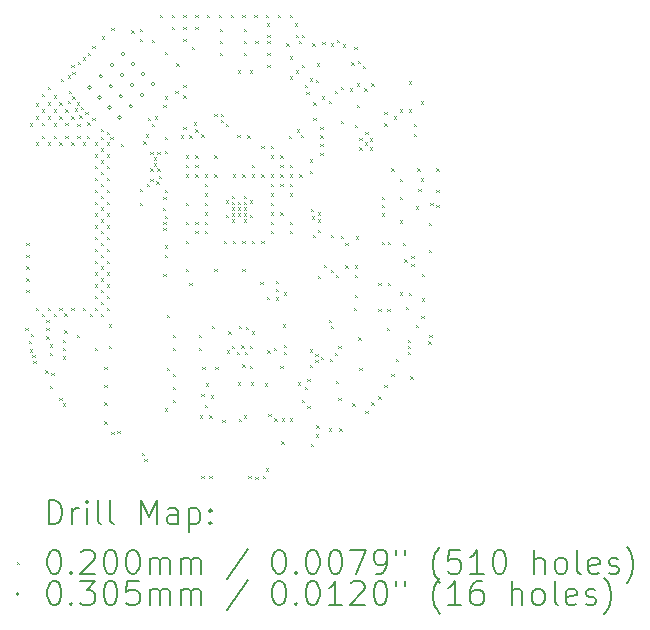
<source format=gbr>
%TF.GenerationSoftware,KiCad,Pcbnew,7.0.1*%
%TF.CreationDate,2023-12-30T18:27:57+00:00*%
%TF.ProjectId,watch_main,77617463-685f-46d6-9169-6e2e6b696361,rev?*%
%TF.SameCoordinates,Original*%
%TF.FileFunction,Drillmap*%
%TF.FilePolarity,Positive*%
%FSLAX45Y45*%
G04 Gerber Fmt 4.5, Leading zero omitted, Abs format (unit mm)*
G04 Created by KiCad (PCBNEW 7.0.1) date 2023-12-30 18:27:57*
%MOMM*%
%LPD*%
G01*
G04 APERTURE LIST*
%ADD10C,0.200000*%
%ADD11C,0.020000*%
%ADD12C,0.030500*%
G04 APERTURE END LIST*
D10*
D11*
X13250000Y-10540000D02*
X13270000Y-10560000D01*
X13270000Y-10540000D02*
X13250000Y-10560000D01*
X13261300Y-9820000D02*
X13281300Y-9840000D01*
X13281300Y-9820000D02*
X13261300Y-9840000D01*
X13261300Y-9920000D02*
X13281300Y-9940000D01*
X13281300Y-9920000D02*
X13261300Y-9940000D01*
X13261300Y-10020000D02*
X13281300Y-10040000D01*
X13281300Y-10020000D02*
X13261300Y-10040000D01*
X13261300Y-10120000D02*
X13281300Y-10140000D01*
X13281300Y-10120000D02*
X13261300Y-10140000D01*
X13261300Y-10220000D02*
X13281300Y-10240000D01*
X13281300Y-10220000D02*
X13261300Y-10240000D01*
X13280000Y-10650000D02*
X13300000Y-10670000D01*
X13300000Y-10650000D02*
X13280000Y-10670000D01*
X13287500Y-8807500D02*
X13307500Y-8827500D01*
X13307500Y-8807500D02*
X13287500Y-8827500D01*
X13290000Y-10720000D02*
X13310000Y-10740000D01*
X13310000Y-10720000D02*
X13290000Y-10740000D01*
X13300000Y-10590000D02*
X13320000Y-10610000D01*
X13320000Y-10590000D02*
X13300000Y-10610000D01*
X13310000Y-10770000D02*
X13330000Y-10790000D01*
X13330000Y-10770000D02*
X13310000Y-10790000D01*
X13320000Y-10820000D02*
X13340000Y-10840000D01*
X13340000Y-10820000D02*
X13320000Y-10840000D01*
X13340000Y-8640000D02*
X13360000Y-8660000D01*
X13360000Y-8640000D02*
X13340000Y-8660000D01*
X13340000Y-8750000D02*
X13360000Y-8770000D01*
X13360000Y-8750000D02*
X13340000Y-8770000D01*
X13340000Y-8970000D02*
X13360000Y-8990000D01*
X13360000Y-8970000D02*
X13340000Y-8990000D01*
X13340000Y-10370000D02*
X13360000Y-10390000D01*
X13360000Y-10370000D02*
X13340000Y-10390000D01*
X13390000Y-8560000D02*
X13410000Y-8580000D01*
X13410000Y-8560000D02*
X13390000Y-8580000D01*
X13390000Y-8690000D02*
X13410000Y-8710000D01*
X13410000Y-8690000D02*
X13390000Y-8710000D01*
X13390000Y-8805000D02*
X13410000Y-8825000D01*
X13410000Y-8805000D02*
X13390000Y-8825000D01*
X13390000Y-8915000D02*
X13410000Y-8935000D01*
X13410000Y-8915000D02*
X13390000Y-8935000D01*
X13390000Y-10420000D02*
X13410000Y-10440000D01*
X13410000Y-10420000D02*
X13390000Y-10440000D01*
X13420000Y-10900000D02*
X13440000Y-10920000D01*
X13440000Y-10900000D02*
X13420000Y-10920000D01*
X13430000Y-10470000D02*
X13450000Y-10490000D01*
X13450000Y-10470000D02*
X13430000Y-10490000D01*
X13430000Y-10540000D02*
X13450000Y-10560000D01*
X13450000Y-10540000D02*
X13430000Y-10560000D01*
X13430000Y-10610000D02*
X13450000Y-10630000D01*
X13450000Y-10610000D02*
X13430000Y-10630000D01*
X13440000Y-8500000D02*
X13460000Y-8520000D01*
X13460000Y-8500000D02*
X13440000Y-8520000D01*
X13440000Y-8630000D02*
X13460000Y-8650000D01*
X13460000Y-8630000D02*
X13440000Y-8650000D01*
X13440000Y-8750000D02*
X13460000Y-8770000D01*
X13460000Y-8750000D02*
X13440000Y-8770000D01*
X13440000Y-8970000D02*
X13460000Y-8990000D01*
X13460000Y-8970000D02*
X13440000Y-8990000D01*
X13440000Y-10370000D02*
X13460000Y-10390000D01*
X13460000Y-10370000D02*
X13440000Y-10390000D01*
X13460000Y-10680000D02*
X13480000Y-10700000D01*
X13480000Y-10680000D02*
X13460000Y-10700000D01*
X13460000Y-10750000D02*
X13480000Y-10770000D01*
X13480000Y-10750000D02*
X13460000Y-10770000D01*
X13460000Y-11030000D02*
X13480000Y-11050000D01*
X13480000Y-11030000D02*
X13460000Y-11050000D01*
X13470000Y-10920000D02*
X13490000Y-10940000D01*
X13490000Y-10920000D02*
X13470000Y-10940000D01*
X13490000Y-8570000D02*
X13510000Y-8590000D01*
X13510000Y-8570000D02*
X13490000Y-8590000D01*
X13490000Y-8690000D02*
X13510000Y-8710000D01*
X13510000Y-8690000D02*
X13490000Y-8710000D01*
X13490000Y-8807500D02*
X13510000Y-8827500D01*
X13510000Y-8807500D02*
X13490000Y-8827500D01*
X13490000Y-8912500D02*
X13510000Y-8932500D01*
X13510000Y-8912500D02*
X13490000Y-8932500D01*
X13490000Y-10420000D02*
X13510000Y-10440000D01*
X13510000Y-10420000D02*
X13490000Y-10440000D01*
X13540000Y-8630000D02*
X13560000Y-8650000D01*
X13560000Y-8630000D02*
X13540000Y-8650000D01*
X13540000Y-8750000D02*
X13560000Y-8770000D01*
X13560000Y-8750000D02*
X13540000Y-8770000D01*
X13540000Y-8970000D02*
X13560000Y-8990000D01*
X13560000Y-8970000D02*
X13540000Y-8990000D01*
X13540000Y-10370000D02*
X13560000Y-10390000D01*
X13560000Y-10370000D02*
X13540000Y-10390000D01*
X13540000Y-11130000D02*
X13560000Y-11150000D01*
X13560000Y-11130000D02*
X13540000Y-11150000D01*
X13550000Y-8430000D02*
X13570000Y-8450000D01*
X13570000Y-8430000D02*
X13550000Y-8450000D01*
X13570000Y-10640000D02*
X13590000Y-10660000D01*
X13590000Y-10640000D02*
X13570000Y-10660000D01*
X13570000Y-10710000D02*
X13590000Y-10730000D01*
X13590000Y-10710000D02*
X13570000Y-10730000D01*
X13570000Y-10780000D02*
X13590000Y-10800000D01*
X13590000Y-10780000D02*
X13570000Y-10800000D01*
X13570000Y-11180000D02*
X13590000Y-11200000D01*
X13590000Y-11180000D02*
X13570000Y-11200000D01*
X13580000Y-10560000D02*
X13600000Y-10580000D01*
X13600000Y-10560000D02*
X13580000Y-10580000D01*
X13582500Y-10417500D02*
X13602500Y-10437500D01*
X13602500Y-10417500D02*
X13582500Y-10437500D01*
X13590000Y-8690000D02*
X13610000Y-8710000D01*
X13610000Y-8690000D02*
X13590000Y-8710000D01*
X13590000Y-8805000D02*
X13610000Y-8825000D01*
X13610000Y-8805000D02*
X13590000Y-8825000D01*
X13590000Y-8915000D02*
X13610000Y-8935000D01*
X13610000Y-8915000D02*
X13590000Y-8935000D01*
X13610000Y-8400000D02*
X13630000Y-8420000D01*
X13630000Y-8400000D02*
X13610000Y-8420000D01*
X13610000Y-8620000D02*
X13630000Y-8640000D01*
X13630000Y-8620000D02*
X13610000Y-8640000D01*
X13620000Y-8530000D02*
X13640000Y-8550000D01*
X13640000Y-8530000D02*
X13620000Y-8550000D01*
X13640000Y-8310000D02*
X13660000Y-8330000D01*
X13660000Y-8310000D02*
X13640000Y-8330000D01*
X13640000Y-8750000D02*
X13660000Y-8770000D01*
X13660000Y-8750000D02*
X13640000Y-8770000D01*
X13640000Y-8970000D02*
X13660000Y-8990000D01*
X13660000Y-8970000D02*
X13640000Y-8990000D01*
X13640000Y-10370000D02*
X13660000Y-10390000D01*
X13660000Y-10370000D02*
X13640000Y-10390000D01*
X13650000Y-8370000D02*
X13670000Y-8390000D01*
X13670000Y-8370000D02*
X13650000Y-8390000D01*
X13650000Y-8580000D02*
X13670000Y-8600000D01*
X13670000Y-8580000D02*
X13650000Y-8600000D01*
X13670000Y-8680000D02*
X13690000Y-8700000D01*
X13690000Y-8680000D02*
X13670000Y-8700000D01*
X13690000Y-8630000D02*
X13710000Y-8650000D01*
X13710000Y-8630000D02*
X13690000Y-8650000D01*
X13690000Y-10600000D02*
X13710000Y-10620000D01*
X13710000Y-10600000D02*
X13690000Y-10620000D01*
X13690663Y-8912767D02*
X13710663Y-8932767D01*
X13710663Y-8912767D02*
X13690663Y-8932767D01*
X13692500Y-8810000D02*
X13712500Y-8830000D01*
X13712500Y-8810000D02*
X13692500Y-8830000D01*
X13695000Y-8285000D02*
X13715000Y-8305000D01*
X13715000Y-8285000D02*
X13695000Y-8305000D01*
X13710000Y-8740000D02*
X13730000Y-8760000D01*
X13730000Y-8740000D02*
X13710000Y-8760000D01*
X13720000Y-8670000D02*
X13740000Y-8690000D01*
X13740000Y-8670000D02*
X13720000Y-8690000D01*
X13740000Y-8250000D02*
X13760000Y-8270000D01*
X13760000Y-8250000D02*
X13740000Y-8270000D01*
X13740000Y-8970000D02*
X13760000Y-8990000D01*
X13760000Y-8970000D02*
X13740000Y-8990000D01*
X13740000Y-10370000D02*
X13760000Y-10390000D01*
X13760000Y-10370000D02*
X13740000Y-10390000D01*
X13760000Y-8710000D02*
X13780000Y-8730000D01*
X13780000Y-8710000D02*
X13760000Y-8730000D01*
X13770000Y-8912500D02*
X13790000Y-8932500D01*
X13790000Y-8912500D02*
X13770000Y-8932500D01*
X13777500Y-8800000D02*
X13797500Y-8820000D01*
X13797500Y-8800000D02*
X13777500Y-8820000D01*
X13780000Y-8210000D02*
X13800000Y-8230000D01*
X13800000Y-8210000D02*
X13780000Y-8230000D01*
X13797500Y-10420000D02*
X13817500Y-10440000D01*
X13817500Y-10420000D02*
X13797500Y-10440000D01*
X13818000Y-8759000D02*
X13838000Y-8779000D01*
X13838000Y-8759000D02*
X13818000Y-8779000D01*
X13820000Y-8150000D02*
X13840000Y-8170000D01*
X13840000Y-8150000D02*
X13820000Y-8170000D01*
X13840000Y-8970000D02*
X13860000Y-8990000D01*
X13860000Y-8970000D02*
X13840000Y-8990000D01*
X13840000Y-9070000D02*
X13860000Y-9090000D01*
X13860000Y-9070000D02*
X13840000Y-9090000D01*
X13840000Y-9170000D02*
X13860000Y-9190000D01*
X13860000Y-9170000D02*
X13840000Y-9190000D01*
X13840000Y-9270000D02*
X13860000Y-9290000D01*
X13860000Y-9270000D02*
X13840000Y-9290000D01*
X13840000Y-9370000D02*
X13860000Y-9390000D01*
X13860000Y-9370000D02*
X13840000Y-9390000D01*
X13840000Y-9470000D02*
X13860000Y-9490000D01*
X13860000Y-9470000D02*
X13840000Y-9490000D01*
X13840000Y-9570000D02*
X13860000Y-9590000D01*
X13860000Y-9570000D02*
X13840000Y-9590000D01*
X13840000Y-9670000D02*
X13860000Y-9690000D01*
X13860000Y-9670000D02*
X13840000Y-9690000D01*
X13840000Y-9770000D02*
X13860000Y-9790000D01*
X13860000Y-9770000D02*
X13840000Y-9790000D01*
X13840000Y-9870000D02*
X13860000Y-9890000D01*
X13860000Y-9870000D02*
X13840000Y-9890000D01*
X13840000Y-9970000D02*
X13860000Y-9990000D01*
X13860000Y-9970000D02*
X13840000Y-9990000D01*
X13840000Y-10070000D02*
X13860000Y-10090000D01*
X13860000Y-10070000D02*
X13840000Y-10090000D01*
X13840000Y-10170000D02*
X13860000Y-10190000D01*
X13860000Y-10170000D02*
X13840000Y-10190000D01*
X13840000Y-10270000D02*
X13860000Y-10290000D01*
X13860000Y-10270000D02*
X13840000Y-10290000D01*
X13840000Y-10370000D02*
X13860000Y-10390000D01*
X13860000Y-10370000D02*
X13840000Y-10390000D01*
X13840000Y-10710000D02*
X13860000Y-10730000D01*
X13860000Y-10710000D02*
X13840000Y-10730000D01*
X13890000Y-8920000D02*
X13910000Y-8940000D01*
X13910000Y-8920000D02*
X13890000Y-8940000D01*
X13890000Y-9020000D02*
X13910000Y-9040000D01*
X13910000Y-9020000D02*
X13890000Y-9040000D01*
X13890000Y-9120000D02*
X13910000Y-9140000D01*
X13910000Y-9120000D02*
X13890000Y-9140000D01*
X13890000Y-9220000D02*
X13910000Y-9240000D01*
X13910000Y-9220000D02*
X13890000Y-9240000D01*
X13890000Y-9320000D02*
X13910000Y-9340000D01*
X13910000Y-9320000D02*
X13890000Y-9340000D01*
X13890000Y-9420000D02*
X13910000Y-9440000D01*
X13910000Y-9420000D02*
X13890000Y-9440000D01*
X13890000Y-9520000D02*
X13910000Y-9540000D01*
X13910000Y-9520000D02*
X13890000Y-9540000D01*
X13890000Y-9620000D02*
X13910000Y-9640000D01*
X13910000Y-9620000D02*
X13890000Y-9640000D01*
X13890000Y-9720000D02*
X13910000Y-9740000D01*
X13910000Y-9720000D02*
X13890000Y-9740000D01*
X13890000Y-9820000D02*
X13910000Y-9840000D01*
X13910000Y-9820000D02*
X13890000Y-9840000D01*
X13890000Y-9920000D02*
X13910000Y-9940000D01*
X13910000Y-9920000D02*
X13890000Y-9940000D01*
X13890000Y-10020000D02*
X13910000Y-10040000D01*
X13910000Y-10020000D02*
X13890000Y-10040000D01*
X13890000Y-10120000D02*
X13910000Y-10140000D01*
X13910000Y-10120000D02*
X13890000Y-10140000D01*
X13890000Y-10220000D02*
X13910000Y-10240000D01*
X13910000Y-10220000D02*
X13890000Y-10240000D01*
X13890000Y-10320000D02*
X13910000Y-10340000D01*
X13910000Y-10320000D02*
X13890000Y-10340000D01*
X13890000Y-10420000D02*
X13910000Y-10440000D01*
X13910000Y-10420000D02*
X13890000Y-10440000D01*
X13892500Y-8855000D02*
X13912500Y-8875000D01*
X13912500Y-8855000D02*
X13892500Y-8875000D01*
X13900000Y-8070000D02*
X13920000Y-8090000D01*
X13920000Y-8070000D02*
X13900000Y-8090000D01*
X13920000Y-10870000D02*
X13940000Y-10890000D01*
X13940000Y-10870000D02*
X13920000Y-10890000D01*
X13920000Y-11020000D02*
X13940000Y-11040000D01*
X13940000Y-11020000D02*
X13920000Y-11040000D01*
X13920000Y-11170000D02*
X13940000Y-11190000D01*
X13940000Y-11170000D02*
X13920000Y-11190000D01*
X13920000Y-11330000D02*
X13940000Y-11350000D01*
X13940000Y-11330000D02*
X13920000Y-11350000D01*
X13940000Y-8880000D02*
X13960000Y-8900000D01*
X13960000Y-8880000D02*
X13940000Y-8900000D01*
X13940000Y-8970000D02*
X13960000Y-8990000D01*
X13960000Y-8970000D02*
X13940000Y-8990000D01*
X13940000Y-9070000D02*
X13960000Y-9090000D01*
X13960000Y-9070000D02*
X13940000Y-9090000D01*
X13940000Y-9170000D02*
X13960000Y-9190000D01*
X13960000Y-9170000D02*
X13940000Y-9190000D01*
X13940000Y-9270000D02*
X13960000Y-9290000D01*
X13960000Y-9270000D02*
X13940000Y-9290000D01*
X13940000Y-9370000D02*
X13960000Y-9390000D01*
X13960000Y-9370000D02*
X13940000Y-9390000D01*
X13940000Y-9470000D02*
X13960000Y-9490000D01*
X13960000Y-9470000D02*
X13940000Y-9490000D01*
X13940000Y-9570000D02*
X13960000Y-9590000D01*
X13960000Y-9570000D02*
X13940000Y-9590000D01*
X13940000Y-9670000D02*
X13960000Y-9690000D01*
X13960000Y-9670000D02*
X13940000Y-9690000D01*
X13940000Y-9770000D02*
X13960000Y-9790000D01*
X13960000Y-9770000D02*
X13940000Y-9790000D01*
X13940000Y-9870000D02*
X13960000Y-9890000D01*
X13960000Y-9870000D02*
X13940000Y-9890000D01*
X13940000Y-9970000D02*
X13960000Y-9990000D01*
X13960000Y-9970000D02*
X13940000Y-9990000D01*
X13940000Y-10070000D02*
X13960000Y-10090000D01*
X13960000Y-10070000D02*
X13940000Y-10090000D01*
X13940000Y-10170000D02*
X13960000Y-10190000D01*
X13960000Y-10170000D02*
X13940000Y-10190000D01*
X13940000Y-10270000D02*
X13960000Y-10290000D01*
X13960000Y-10270000D02*
X13940000Y-10290000D01*
X13940000Y-10370000D02*
X13960000Y-10390000D01*
X13960000Y-10370000D02*
X13940000Y-10390000D01*
X13960000Y-10510000D02*
X13980000Y-10530000D01*
X13980000Y-10510000D02*
X13960000Y-10530000D01*
X13960000Y-10690000D02*
X13980000Y-10710000D01*
X13980000Y-10690000D02*
X13960000Y-10710000D01*
X13970000Y-8920000D02*
X13990000Y-8940000D01*
X13990000Y-8920000D02*
X13970000Y-8940000D01*
X13980000Y-8000000D02*
X14000000Y-8020000D01*
X14000000Y-8000000D02*
X13980000Y-8020000D01*
X13980000Y-11420000D02*
X14000000Y-11440000D01*
X14000000Y-11420000D02*
X13980000Y-11440000D01*
X14030000Y-11410000D02*
X14050000Y-11430000D01*
X14050000Y-11410000D02*
X14030000Y-11430000D01*
X14060000Y-8980000D02*
X14080000Y-9000000D01*
X14080000Y-8980000D02*
X14060000Y-9000000D01*
X14150000Y-8020000D02*
X14170000Y-8040000D01*
X14170000Y-8020000D02*
X14150000Y-8040000D01*
X14220000Y-8010000D02*
X14240000Y-8030000D01*
X14240000Y-8010000D02*
X14220000Y-8030000D01*
X14220000Y-8090000D02*
X14240000Y-8110000D01*
X14240000Y-8090000D02*
X14220000Y-8110000D01*
X14220000Y-9360000D02*
X14240000Y-9380000D01*
X14240000Y-9360000D02*
X14220000Y-9380000D01*
X14220000Y-9480000D02*
X14240000Y-9500000D01*
X14240000Y-9480000D02*
X14220000Y-9500000D01*
X14240000Y-11600000D02*
X14260000Y-11620000D01*
X14260000Y-11600000D02*
X14240000Y-11620000D01*
X14250000Y-8960000D02*
X14270000Y-8980000D01*
X14270000Y-8960000D02*
X14250000Y-8980000D01*
X14260000Y-11650000D02*
X14280000Y-11670000D01*
X14280000Y-11650000D02*
X14260000Y-11670000D01*
X14270000Y-8900000D02*
X14290000Y-8920000D01*
X14290000Y-8900000D02*
X14270000Y-8920000D01*
X14280000Y-9320000D02*
X14300000Y-9340000D01*
X14300000Y-9320000D02*
X14280000Y-9340000D01*
X14290000Y-8760000D02*
X14310000Y-8780000D01*
X14310000Y-8760000D02*
X14290000Y-8780000D01*
X14310000Y-9050000D02*
X14330000Y-9070000D01*
X14330000Y-9050000D02*
X14310000Y-9070000D01*
X14310000Y-9190000D02*
X14330000Y-9210000D01*
X14330000Y-9190000D02*
X14310000Y-9210000D01*
X14310000Y-9280000D02*
X14330000Y-9300000D01*
X14330000Y-9280000D02*
X14310000Y-9300000D01*
X14320000Y-8100000D02*
X14340000Y-8120000D01*
X14340000Y-8100000D02*
X14320000Y-8120000D01*
X14320000Y-8810000D02*
X14340000Y-8830000D01*
X14340000Y-8810000D02*
X14320000Y-8830000D01*
X14340000Y-9095000D02*
X14360000Y-9115000D01*
X14360000Y-9095000D02*
X14340000Y-9115000D01*
X14340000Y-9145000D02*
X14360000Y-9165000D01*
X14360000Y-9145000D02*
X14340000Y-9165000D01*
X14350000Y-8750000D02*
X14370000Y-8770000D01*
X14370000Y-8750000D02*
X14350000Y-8770000D01*
X14360000Y-9300000D02*
X14380000Y-9320000D01*
X14380000Y-9300000D02*
X14360000Y-9320000D01*
X14370000Y-9050000D02*
X14390000Y-9070000D01*
X14390000Y-9050000D02*
X14370000Y-9070000D01*
X14370000Y-9190000D02*
X14390000Y-9210000D01*
X14390000Y-9190000D02*
X14370000Y-9210000D01*
X14380000Y-9250000D02*
X14400000Y-9270000D01*
X14400000Y-9250000D02*
X14380000Y-9270000D01*
X14390000Y-7890000D02*
X14410000Y-7910000D01*
X14410000Y-7890000D02*
X14390000Y-7910000D01*
X14415000Y-9525000D02*
X14435000Y-9545000D01*
X14435000Y-9525000D02*
X14415000Y-9545000D01*
X14420000Y-8650000D02*
X14440000Y-8670000D01*
X14440000Y-8650000D02*
X14420000Y-8670000D01*
X14420000Y-9430000D02*
X14440000Y-9450000D01*
X14440000Y-9430000D02*
X14420000Y-9450000D01*
X14420000Y-9640000D02*
X14440000Y-9660000D01*
X14440000Y-9640000D02*
X14420000Y-9660000D01*
X14420000Y-9690000D02*
X14440000Y-9710000D01*
X14440000Y-9690000D02*
X14420000Y-9710000D01*
X14420000Y-10080000D02*
X14440000Y-10100000D01*
X14440000Y-10080000D02*
X14420000Y-10100000D01*
X14430000Y-8200000D02*
X14450000Y-8220000D01*
X14450000Y-8200000D02*
X14430000Y-8220000D01*
X14430000Y-8580000D02*
X14450000Y-8600000D01*
X14450000Y-8580000D02*
X14430000Y-8600000D01*
X14430000Y-8920000D02*
X14450000Y-8940000D01*
X14450000Y-8920000D02*
X14430000Y-8940000D01*
X14430000Y-9040000D02*
X14450000Y-9060000D01*
X14450000Y-9040000D02*
X14430000Y-9060000D01*
X14430000Y-9372500D02*
X14450000Y-9392500D01*
X14450000Y-9372500D02*
X14430000Y-9392500D01*
X14430000Y-9590000D02*
X14450000Y-9610000D01*
X14450000Y-9590000D02*
X14430000Y-9610000D01*
X14430000Y-9840000D02*
X14450000Y-9860000D01*
X14450000Y-9840000D02*
X14430000Y-9860000D01*
X14430000Y-9920000D02*
X14450000Y-9940000D01*
X14450000Y-9920000D02*
X14430000Y-9940000D01*
X14430000Y-11220000D02*
X14450000Y-11240000D01*
X14450000Y-11220000D02*
X14430000Y-11240000D01*
X14450000Y-10430000D02*
X14470000Y-10450000D01*
X14470000Y-10430000D02*
X14450000Y-10450000D01*
X14450000Y-10880000D02*
X14470000Y-10900000D01*
X14470000Y-10880000D02*
X14450000Y-10900000D01*
X14490000Y-7890000D02*
X14510000Y-7910000D01*
X14510000Y-7890000D02*
X14490000Y-7910000D01*
X14490000Y-7990000D02*
X14510000Y-8010000D01*
X14510000Y-7990000D02*
X14490000Y-8010000D01*
X14500000Y-10600000D02*
X14520000Y-10620000D01*
X14520000Y-10600000D02*
X14500000Y-10620000D01*
X14500000Y-10710000D02*
X14520000Y-10730000D01*
X14520000Y-10710000D02*
X14500000Y-10730000D01*
X14500000Y-10930000D02*
X14520000Y-10950000D01*
X14520000Y-10930000D02*
X14500000Y-10950000D01*
X14500000Y-11040000D02*
X14520000Y-11060000D01*
X14520000Y-11040000D02*
X14500000Y-11060000D01*
X14500000Y-11150000D02*
X14520000Y-11170000D01*
X14520000Y-11150000D02*
X14500000Y-11170000D01*
X14520000Y-8530000D02*
X14540000Y-8550000D01*
X14540000Y-8530000D02*
X14520000Y-8550000D01*
X14530000Y-8300000D02*
X14550000Y-8320000D01*
X14550000Y-8300000D02*
X14530000Y-8320000D01*
X14570000Y-8910000D02*
X14590000Y-8930000D01*
X14590000Y-8910000D02*
X14570000Y-8930000D01*
X14590000Y-7890000D02*
X14610000Y-7910000D01*
X14610000Y-7890000D02*
X14590000Y-7910000D01*
X14590000Y-7990000D02*
X14610000Y-8010000D01*
X14610000Y-7990000D02*
X14590000Y-8010000D01*
X14590000Y-8090000D02*
X14610000Y-8110000D01*
X14610000Y-8090000D02*
X14590000Y-8110000D01*
X14590000Y-8480000D02*
X14610000Y-8500000D01*
X14610000Y-8480000D02*
X14590000Y-8500000D01*
X14590000Y-8570000D02*
X14610000Y-8590000D01*
X14610000Y-8570000D02*
X14590000Y-8590000D01*
X14590000Y-8840000D02*
X14610000Y-8860000D01*
X14610000Y-8840000D02*
X14590000Y-8860000D01*
X14610000Y-9080000D02*
X14630000Y-9100000D01*
X14630000Y-9080000D02*
X14610000Y-9100000D01*
X14610000Y-9160000D02*
X14630000Y-9180000D01*
X14630000Y-9160000D02*
X14610000Y-9180000D01*
X14610000Y-9240000D02*
X14630000Y-9260000D01*
X14630000Y-9240000D02*
X14610000Y-9260000D01*
X14610000Y-9480000D02*
X14630000Y-9500000D01*
X14630000Y-9480000D02*
X14610000Y-9500000D01*
X14610000Y-9640000D02*
X14630000Y-9660000D01*
X14630000Y-9640000D02*
X14610000Y-9660000D01*
X14610000Y-9800000D02*
X14630000Y-9820000D01*
X14630000Y-9800000D02*
X14610000Y-9820000D01*
X14610000Y-10040000D02*
X14630000Y-10060000D01*
X14630000Y-10040000D02*
X14610000Y-10060000D01*
X14640000Y-8910000D02*
X14660000Y-8930000D01*
X14660000Y-8910000D02*
X14640000Y-8930000D01*
X14640000Y-10160000D02*
X14660000Y-10180000D01*
X14660000Y-10160000D02*
X14640000Y-10180000D01*
X14660000Y-8160000D02*
X14680000Y-8180000D01*
X14680000Y-8160000D02*
X14660000Y-8180000D01*
X14680000Y-8800000D02*
X14700000Y-8820000D01*
X14700000Y-8800000D02*
X14680000Y-8820000D01*
X14690000Y-7890000D02*
X14710000Y-7910000D01*
X14710000Y-7890000D02*
X14690000Y-7910000D01*
X14690000Y-7990000D02*
X14710000Y-8010000D01*
X14710000Y-7990000D02*
X14690000Y-8010000D01*
X14690000Y-8860000D02*
X14710000Y-8880000D01*
X14710000Y-8860000D02*
X14690000Y-8880000D01*
X14690000Y-9080000D02*
X14710000Y-9100000D01*
X14710000Y-9080000D02*
X14690000Y-9100000D01*
X14690000Y-9160000D02*
X14710000Y-9180000D01*
X14710000Y-9160000D02*
X14690000Y-9180000D01*
X14690000Y-9240000D02*
X14710000Y-9260000D01*
X14710000Y-9240000D02*
X14690000Y-9260000D01*
X14690000Y-9640000D02*
X14710000Y-9660000D01*
X14710000Y-9640000D02*
X14690000Y-9660000D01*
X14690000Y-9720000D02*
X14710000Y-9740000D01*
X14710000Y-9720000D02*
X14690000Y-9740000D01*
X14720000Y-10600000D02*
X14740000Y-10620000D01*
X14740000Y-10600000D02*
X14720000Y-10620000D01*
X14720000Y-10710000D02*
X14740000Y-10730000D01*
X14740000Y-10710000D02*
X14720000Y-10730000D01*
X14730000Y-11280000D02*
X14750000Y-11300000D01*
X14750000Y-11280000D02*
X14730000Y-11300000D01*
X14740000Y-8900000D02*
X14760000Y-8920000D01*
X14760000Y-8900000D02*
X14740000Y-8920000D01*
X14740000Y-11100000D02*
X14760000Y-11120000D01*
X14760000Y-11100000D02*
X14740000Y-11120000D01*
X14740000Y-11790000D02*
X14760000Y-11810000D01*
X14760000Y-11790000D02*
X14740000Y-11810000D01*
X14750000Y-10870000D02*
X14770000Y-10890000D01*
X14770000Y-10870000D02*
X14750000Y-10890000D01*
X14770000Y-9240000D02*
X14790000Y-9260000D01*
X14790000Y-9240000D02*
X14770000Y-9260000D01*
X14770000Y-9320000D02*
X14790000Y-9340000D01*
X14790000Y-9320000D02*
X14770000Y-9340000D01*
X14770000Y-9400000D02*
X14790000Y-9420000D01*
X14790000Y-9400000D02*
X14770000Y-9420000D01*
X14770000Y-9480000D02*
X14790000Y-9500000D01*
X14790000Y-9480000D02*
X14770000Y-9500000D01*
X14770000Y-9560000D02*
X14790000Y-9580000D01*
X14790000Y-9560000D02*
X14770000Y-9580000D01*
X14770000Y-9640000D02*
X14790000Y-9660000D01*
X14790000Y-9640000D02*
X14770000Y-9660000D01*
X14770000Y-9720000D02*
X14790000Y-9740000D01*
X14790000Y-9720000D02*
X14770000Y-9740000D01*
X14770000Y-11190000D02*
X14790000Y-11210000D01*
X14790000Y-11190000D02*
X14770000Y-11210000D01*
X14780000Y-11010000D02*
X14800000Y-11030000D01*
X14800000Y-11010000D02*
X14780000Y-11030000D01*
X14790000Y-7890000D02*
X14810000Y-7910000D01*
X14810000Y-7890000D02*
X14790000Y-7910000D01*
X14810000Y-11280000D02*
X14830000Y-11300000D01*
X14830000Y-11280000D02*
X14810000Y-11300000D01*
X14810000Y-11790000D02*
X14830000Y-11810000D01*
X14830000Y-11790000D02*
X14810000Y-11810000D01*
X14820000Y-11110000D02*
X14840000Y-11130000D01*
X14840000Y-11110000D02*
X14820000Y-11130000D01*
X14830000Y-10520000D02*
X14850000Y-10540000D01*
X14850000Y-10520000D02*
X14830000Y-10540000D01*
X14850000Y-9080000D02*
X14870000Y-9100000D01*
X14870000Y-9080000D02*
X14850000Y-9100000D01*
X14850000Y-9240000D02*
X14870000Y-9260000D01*
X14870000Y-9240000D02*
X14850000Y-9260000D01*
X14850000Y-10040000D02*
X14870000Y-10060000D01*
X14870000Y-10040000D02*
X14850000Y-10060000D01*
X14852500Y-8730000D02*
X14872500Y-8750000D01*
X14872500Y-8730000D02*
X14852500Y-8750000D01*
X14860000Y-10870000D02*
X14880000Y-10890000D01*
X14880000Y-10870000D02*
X14860000Y-10890000D01*
X14890000Y-7890000D02*
X14910000Y-7910000D01*
X14910000Y-7890000D02*
X14890000Y-7910000D01*
X14900000Y-8010000D02*
X14920000Y-8030000D01*
X14920000Y-8010000D02*
X14900000Y-8030000D01*
X14900000Y-8110000D02*
X14920000Y-8130000D01*
X14920000Y-8110000D02*
X14900000Y-8130000D01*
X14900000Y-8210000D02*
X14920000Y-8230000D01*
X14920000Y-8210000D02*
X14900000Y-8230000D01*
X14905000Y-8780000D02*
X14925000Y-8800000D01*
X14925000Y-8780000D02*
X14905000Y-8800000D01*
X14907500Y-8730000D02*
X14927500Y-8750000D01*
X14927500Y-8730000D02*
X14907500Y-8750000D01*
X14920000Y-11320000D02*
X14940000Y-11340000D01*
X14940000Y-11320000D02*
X14920000Y-11340000D01*
X14930000Y-9800000D02*
X14950000Y-9820000D01*
X14950000Y-9800000D02*
X14930000Y-9820000D01*
X14950000Y-8810000D02*
X14970000Y-8830000D01*
X14970000Y-8810000D02*
X14950000Y-8830000D01*
X14950000Y-9460000D02*
X14970000Y-9480000D01*
X14970000Y-9460000D02*
X14950000Y-9480000D01*
X14950000Y-9580000D02*
X14970000Y-9600000D01*
X14970000Y-9580000D02*
X14950000Y-9600000D01*
X14960000Y-10730000D02*
X14980000Y-10750000D01*
X14980000Y-10730000D02*
X14960000Y-10750000D01*
X14970000Y-10570000D02*
X14990000Y-10590000D01*
X14990000Y-10570000D02*
X14970000Y-10590000D01*
X14990000Y-7890000D02*
X15010000Y-7910000D01*
X15010000Y-7890000D02*
X14990000Y-7910000D01*
X15000000Y-9420000D02*
X15020000Y-9440000D01*
X15020000Y-9420000D02*
X15000000Y-9440000D01*
X15000000Y-9470000D02*
X15020000Y-9490000D01*
X15020000Y-9470000D02*
X15000000Y-9490000D01*
X15000000Y-9520000D02*
X15020000Y-9540000D01*
X15020000Y-9520000D02*
X15000000Y-9540000D01*
X15000000Y-9570000D02*
X15020000Y-9590000D01*
X15020000Y-9570000D02*
X15000000Y-9590000D01*
X15000000Y-9620000D02*
X15020000Y-9640000D01*
X15020000Y-9620000D02*
X15000000Y-9640000D01*
X15000000Y-10690000D02*
X15020000Y-10710000D01*
X15020000Y-10690000D02*
X15000000Y-10710000D01*
X15010000Y-9240000D02*
X15030000Y-9260000D01*
X15030000Y-9240000D02*
X15010000Y-9260000D01*
X15010000Y-9800000D02*
X15030000Y-9820000D01*
X15030000Y-9800000D02*
X15010000Y-9820000D01*
X15040000Y-10740000D02*
X15060000Y-10760000D01*
X15060000Y-10740000D02*
X15040000Y-10760000D01*
X15045000Y-8905000D02*
X15065000Y-8925000D01*
X15065000Y-8905000D02*
X15045000Y-8925000D01*
X15050000Y-8360000D02*
X15070000Y-8380000D01*
X15070000Y-8360000D02*
X15050000Y-8380000D01*
X15050000Y-9470000D02*
X15070000Y-9490000D01*
X15070000Y-9470000D02*
X15050000Y-9490000D01*
X15050000Y-9520000D02*
X15070000Y-9540000D01*
X15070000Y-9520000D02*
X15050000Y-9540000D01*
X15050000Y-9570000D02*
X15070000Y-9590000D01*
X15070000Y-9570000D02*
X15050000Y-9590000D01*
X15052000Y-11000000D02*
X15072000Y-11020000D01*
X15072000Y-11000000D02*
X15052000Y-11020000D01*
X15060000Y-10520000D02*
X15080000Y-10540000D01*
X15080000Y-10520000D02*
X15060000Y-10540000D01*
X15060000Y-11310000D02*
X15080000Y-11330000D01*
X15080000Y-11310000D02*
X15060000Y-11330000D01*
X15080000Y-10687500D02*
X15100000Y-10707500D01*
X15100000Y-10687500D02*
X15080000Y-10707500D01*
X15090000Y-7890000D02*
X15110000Y-7910000D01*
X15110000Y-7890000D02*
X15090000Y-7910000D01*
X15090000Y-9240000D02*
X15110000Y-9260000D01*
X15110000Y-9240000D02*
X15090000Y-9260000D01*
X15090000Y-9800000D02*
X15110000Y-9820000D01*
X15110000Y-9800000D02*
X15090000Y-9820000D01*
X15090000Y-10040000D02*
X15110000Y-10060000D01*
X15110000Y-10040000D02*
X15090000Y-10060000D01*
X15090000Y-10847500D02*
X15110000Y-10867500D01*
X15110000Y-10847500D02*
X15090000Y-10867500D01*
X15100000Y-8010000D02*
X15120000Y-8030000D01*
X15120000Y-8010000D02*
X15100000Y-8030000D01*
X15100000Y-8110000D02*
X15120000Y-8130000D01*
X15120000Y-8110000D02*
X15100000Y-8130000D01*
X15100000Y-8210000D02*
X15120000Y-8230000D01*
X15120000Y-8210000D02*
X15100000Y-8230000D01*
X15100000Y-9420000D02*
X15120000Y-9440000D01*
X15120000Y-9420000D02*
X15100000Y-9440000D01*
X15100000Y-9470000D02*
X15120000Y-9490000D01*
X15120000Y-9470000D02*
X15100000Y-9490000D01*
X15100000Y-9520000D02*
X15120000Y-9540000D01*
X15120000Y-9520000D02*
X15100000Y-9540000D01*
X15100000Y-9570000D02*
X15120000Y-9590000D01*
X15120000Y-9570000D02*
X15100000Y-9590000D01*
X15100000Y-9620000D02*
X15120000Y-9640000D01*
X15120000Y-9620000D02*
X15100000Y-9640000D01*
X15100000Y-11280000D02*
X15120000Y-11300000D01*
X15120000Y-11280000D02*
X15100000Y-11300000D01*
X15110000Y-10740000D02*
X15130000Y-10760000D01*
X15130000Y-10740000D02*
X15110000Y-10760000D01*
X15120000Y-10530000D02*
X15140000Y-10550000D01*
X15140000Y-10530000D02*
X15120000Y-10550000D01*
X15130000Y-8910000D02*
X15150000Y-8930000D01*
X15150000Y-8910000D02*
X15130000Y-8930000D01*
X15140000Y-11790000D02*
X15160000Y-11810000D01*
X15160000Y-11790000D02*
X15140000Y-11810000D01*
X15150000Y-8360000D02*
X15170000Y-8380000D01*
X15170000Y-8360000D02*
X15150000Y-8380000D01*
X15150000Y-9460000D02*
X15170000Y-9480000D01*
X15170000Y-9460000D02*
X15150000Y-9480000D01*
X15150000Y-9580000D02*
X15170000Y-9600000D01*
X15170000Y-9580000D02*
X15150000Y-9600000D01*
X15150000Y-10690000D02*
X15170000Y-10710000D01*
X15170000Y-10690000D02*
X15150000Y-10710000D01*
X15150000Y-10860000D02*
X15170000Y-10880000D01*
X15170000Y-10860000D02*
X15150000Y-10880000D01*
X15160000Y-11000000D02*
X15180000Y-11020000D01*
X15180000Y-11000000D02*
X15160000Y-11020000D01*
X15170000Y-9160000D02*
X15190000Y-9180000D01*
X15190000Y-9160000D02*
X15170000Y-9180000D01*
X15170000Y-9240000D02*
X15190000Y-9260000D01*
X15190000Y-9240000D02*
X15170000Y-9260000D01*
X15170000Y-9800000D02*
X15190000Y-9820000D01*
X15190000Y-9800000D02*
X15170000Y-9820000D01*
X15170000Y-10570000D02*
X15190000Y-10590000D01*
X15190000Y-10570000D02*
X15170000Y-10590000D01*
X15190000Y-7890000D02*
X15210000Y-7910000D01*
X15210000Y-7890000D02*
X15190000Y-7910000D01*
X15200000Y-8110000D02*
X15220000Y-8130000D01*
X15220000Y-8110000D02*
X15200000Y-8130000D01*
X15200000Y-11800000D02*
X15220000Y-11820000D01*
X15220000Y-11800000D02*
X15200000Y-11820000D01*
X15240000Y-10150000D02*
X15260000Y-10170000D01*
X15260000Y-10150000D02*
X15240000Y-10170000D01*
X15250000Y-9000000D02*
X15270000Y-9020000D01*
X15270000Y-9000000D02*
X15250000Y-9020000D01*
X15250000Y-9240000D02*
X15270000Y-9260000D01*
X15270000Y-9240000D02*
X15250000Y-9260000D01*
X15250000Y-9800000D02*
X15270000Y-9820000D01*
X15270000Y-9800000D02*
X15250000Y-9820000D01*
X15260000Y-11790000D02*
X15280000Y-11810000D01*
X15280000Y-11790000D02*
X15260000Y-11810000D01*
X15280000Y-11010000D02*
X15300000Y-11030000D01*
X15300000Y-11010000D02*
X15280000Y-11030000D01*
X15290000Y-7890000D02*
X15310000Y-7910000D01*
X15310000Y-7890000D02*
X15290000Y-7910000D01*
X15290000Y-11730000D02*
X15310000Y-11750000D01*
X15310000Y-11730000D02*
X15290000Y-11750000D01*
X15295000Y-10275000D02*
X15315000Y-10295000D01*
X15315000Y-10275000D02*
X15295000Y-10295000D01*
X15298000Y-7960000D02*
X15318000Y-7980000D01*
X15318000Y-7960000D02*
X15298000Y-7980000D01*
X15300000Y-8060000D02*
X15320000Y-8080000D01*
X15320000Y-8060000D02*
X15300000Y-8080000D01*
X15300000Y-8110000D02*
X15320000Y-8130000D01*
X15320000Y-8110000D02*
X15300000Y-8130000D01*
X15300000Y-8210000D02*
X15320000Y-8230000D01*
X15320000Y-8210000D02*
X15300000Y-8230000D01*
X15300000Y-8310000D02*
X15320000Y-8330000D01*
X15320000Y-8310000D02*
X15300000Y-8330000D01*
X15300000Y-10730000D02*
X15320000Y-10750000D01*
X15320000Y-10730000D02*
X15300000Y-10750000D01*
X15310000Y-11270000D02*
X15330000Y-11290000D01*
X15330000Y-11270000D02*
X15310000Y-11290000D01*
X15330000Y-9000000D02*
X15350000Y-9020000D01*
X15350000Y-9000000D02*
X15330000Y-9020000D01*
X15330000Y-9080000D02*
X15350000Y-9100000D01*
X15350000Y-9080000D02*
X15330000Y-9100000D01*
X15330000Y-9240000D02*
X15350000Y-9260000D01*
X15350000Y-9240000D02*
X15330000Y-9260000D01*
X15330000Y-9320000D02*
X15350000Y-9340000D01*
X15350000Y-9320000D02*
X15330000Y-9340000D01*
X15330000Y-9400000D02*
X15350000Y-9420000D01*
X15350000Y-9400000D02*
X15330000Y-9420000D01*
X15330000Y-9480000D02*
X15350000Y-9500000D01*
X15350000Y-9480000D02*
X15330000Y-9500000D01*
X15330000Y-9560000D02*
X15350000Y-9580000D01*
X15350000Y-9560000D02*
X15330000Y-9580000D01*
X15330000Y-9640000D02*
X15350000Y-9660000D01*
X15350000Y-9640000D02*
X15330000Y-9660000D01*
X15330000Y-9720000D02*
X15350000Y-9740000D01*
X15350000Y-9720000D02*
X15330000Y-9740000D01*
X15357500Y-10707500D02*
X15377500Y-10727500D01*
X15377500Y-10707500D02*
X15357500Y-10727500D01*
X15360000Y-11305000D02*
X15380000Y-11325000D01*
X15380000Y-11305000D02*
X15360000Y-11325000D01*
X15370000Y-10140000D02*
X15390000Y-10160000D01*
X15390000Y-10140000D02*
X15370000Y-10160000D01*
X15370000Y-10210000D02*
X15390000Y-10230000D01*
X15390000Y-10210000D02*
X15370000Y-10230000D01*
X15370000Y-10280000D02*
X15390000Y-10300000D01*
X15390000Y-10280000D02*
X15370000Y-10300000D01*
X15390000Y-7890000D02*
X15410000Y-7910000D01*
X15410000Y-7890000D02*
X15390000Y-7910000D01*
X15410000Y-9080000D02*
X15430000Y-9100000D01*
X15430000Y-9080000D02*
X15410000Y-9100000D01*
X15410000Y-9160000D02*
X15430000Y-9180000D01*
X15430000Y-9160000D02*
X15410000Y-9180000D01*
X15410000Y-9240000D02*
X15430000Y-9260000D01*
X15430000Y-9240000D02*
X15410000Y-9260000D01*
X15410000Y-9320000D02*
X15430000Y-9340000D01*
X15430000Y-9320000D02*
X15410000Y-9340000D01*
X15410000Y-9560000D02*
X15430000Y-9580000D01*
X15430000Y-9560000D02*
X15410000Y-9580000D01*
X15410000Y-10860000D02*
X15430000Y-10880000D01*
X15430000Y-10860000D02*
X15410000Y-10880000D01*
X15420000Y-11500000D02*
X15440000Y-11520000D01*
X15440000Y-11500000D02*
X15420000Y-11520000D01*
X15425000Y-11305000D02*
X15445000Y-11325000D01*
X15445000Y-11305000D02*
X15425000Y-11325000D01*
X15430000Y-10510000D02*
X15450000Y-10530000D01*
X15450000Y-10510000D02*
X15430000Y-10530000D01*
X15440000Y-10240000D02*
X15460000Y-10260000D01*
X15460000Y-10240000D02*
X15440000Y-10260000D01*
X15440000Y-10685000D02*
X15460000Y-10705000D01*
X15460000Y-10685000D02*
X15440000Y-10705000D01*
X15440000Y-10740000D02*
X15460000Y-10760000D01*
X15460000Y-10740000D02*
X15440000Y-10760000D01*
X15460000Y-8130000D02*
X15480000Y-8150000D01*
X15480000Y-8130000D02*
X15460000Y-8150000D01*
X15481250Y-8911250D02*
X15501250Y-8931250D01*
X15501250Y-8911250D02*
X15481250Y-8931250D01*
X15490000Y-7890000D02*
X15510000Y-7910000D01*
X15510000Y-7890000D02*
X15490000Y-7910000D01*
X15490000Y-8240000D02*
X15510000Y-8260000D01*
X15510000Y-8240000D02*
X15490000Y-8260000D01*
X15490000Y-8410000D02*
X15510000Y-8430000D01*
X15510000Y-8410000D02*
X15490000Y-8430000D01*
X15490000Y-9160000D02*
X15510000Y-9180000D01*
X15510000Y-9160000D02*
X15490000Y-9180000D01*
X15490000Y-9240000D02*
X15510000Y-9260000D01*
X15510000Y-9240000D02*
X15490000Y-9260000D01*
X15490000Y-9320000D02*
X15510000Y-9340000D01*
X15510000Y-9320000D02*
X15490000Y-9340000D01*
X15490000Y-9400000D02*
X15510000Y-9420000D01*
X15510000Y-9400000D02*
X15490000Y-9420000D01*
X15490000Y-9640000D02*
X15510000Y-9660000D01*
X15510000Y-9640000D02*
X15490000Y-9660000D01*
X15490000Y-9720000D02*
X15510000Y-9740000D01*
X15510000Y-9720000D02*
X15490000Y-9740000D01*
X15490000Y-11305000D02*
X15510000Y-11325000D01*
X15510000Y-11305000D02*
X15490000Y-11325000D01*
X15533000Y-7962000D02*
X15553000Y-7982000D01*
X15553000Y-7962000D02*
X15533000Y-7982000D01*
X15540000Y-8060000D02*
X15560000Y-8080000D01*
X15560000Y-8060000D02*
X15540000Y-8080000D01*
X15540000Y-8360000D02*
X15560000Y-8380000D01*
X15560000Y-8360000D02*
X15540000Y-8380000D01*
X15550000Y-8860000D02*
X15570000Y-8880000D01*
X15570000Y-8860000D02*
X15550000Y-8880000D01*
X15560000Y-11000000D02*
X15580000Y-11020000D01*
X15580000Y-11000000D02*
X15560000Y-11020000D01*
X15565000Y-8110000D02*
X15585000Y-8130000D01*
X15585000Y-8110000D02*
X15565000Y-8130000D01*
X15570000Y-9240000D02*
X15590000Y-9260000D01*
X15590000Y-9240000D02*
X15570000Y-9260000D01*
X15585000Y-8905000D02*
X15605000Y-8925000D01*
X15605000Y-8905000D02*
X15585000Y-8925000D01*
X15590000Y-8060000D02*
X15610000Y-8080000D01*
X15610000Y-8060000D02*
X15590000Y-8080000D01*
X15590000Y-8310000D02*
X15610000Y-8330000D01*
X15610000Y-8310000D02*
X15590000Y-8330000D01*
X15590000Y-11150000D02*
X15610000Y-11170000D01*
X15610000Y-11150000D02*
X15590000Y-11170000D01*
X15620000Y-8480000D02*
X15640000Y-8500000D01*
X15640000Y-8480000D02*
X15620000Y-8500000D01*
X15620000Y-11040000D02*
X15640000Y-11060000D01*
X15640000Y-11040000D02*
X15620000Y-11060000D01*
X15630000Y-8540000D02*
X15650000Y-8560000D01*
X15650000Y-8540000D02*
X15630000Y-8560000D01*
X15640000Y-10970000D02*
X15660000Y-10990000D01*
X15660000Y-10970000D02*
X15640000Y-10990000D01*
X15640000Y-11200000D02*
X15660000Y-11220000D01*
X15660000Y-11200000D02*
X15640000Y-11220000D01*
X15659700Y-8425600D02*
X15679700Y-8445600D01*
X15679700Y-8425600D02*
X15659700Y-8445600D01*
X15660000Y-9112500D02*
X15680000Y-9132500D01*
X15680000Y-9112500D02*
X15660000Y-9132500D01*
X15660000Y-9207500D02*
X15680000Y-9227500D01*
X15680000Y-9207500D02*
X15660000Y-9227500D01*
X15660000Y-10720000D02*
X15680000Y-10740000D01*
X15680000Y-10720000D02*
X15660000Y-10740000D01*
X15660000Y-10850000D02*
X15680000Y-10870000D01*
X15680000Y-10850000D02*
X15660000Y-10870000D01*
X15670000Y-9530000D02*
X15690000Y-9550000D01*
X15690000Y-9530000D02*
X15670000Y-9550000D01*
X15670000Y-11520000D02*
X15690000Y-11540000D01*
X15690000Y-11520000D02*
X15670000Y-11540000D01*
X15675000Y-9595000D02*
X15695000Y-9615000D01*
X15695000Y-9595000D02*
X15675000Y-9615000D01*
X15680000Y-8130000D02*
X15700000Y-8150000D01*
X15700000Y-8130000D02*
X15680000Y-8150000D01*
X15685000Y-9750000D02*
X15705000Y-9770000D01*
X15705000Y-9750000D02*
X15685000Y-9770000D01*
X15690000Y-8630000D02*
X15710000Y-8650000D01*
X15710000Y-8630000D02*
X15690000Y-8650000D01*
X15690000Y-8760000D02*
X15710000Y-8780000D01*
X15710000Y-8760000D02*
X15690000Y-8780000D01*
X15705642Y-10760000D02*
X15725642Y-10780000D01*
X15725642Y-10760000D02*
X15705642Y-10780000D01*
X15705642Y-10810000D02*
X15725642Y-10830000D01*
X15725642Y-10810000D02*
X15705642Y-10830000D01*
X15710000Y-8440000D02*
X15730000Y-8460000D01*
X15730000Y-8440000D02*
X15710000Y-8460000D01*
X15710000Y-11440000D02*
X15730000Y-11460000D01*
X15730000Y-11440000D02*
X15710000Y-11460000D01*
X15715000Y-11365000D02*
X15735000Y-11385000D01*
X15735000Y-11365000D02*
X15715000Y-11385000D01*
X15720000Y-8300000D02*
X15740000Y-8320000D01*
X15740000Y-8300000D02*
X15720000Y-8320000D01*
X15730000Y-9560000D02*
X15750000Y-9580000D01*
X15750000Y-9560000D02*
X15730000Y-9580000D01*
X15730000Y-9620000D02*
X15750000Y-9640000D01*
X15750000Y-9620000D02*
X15730000Y-9640000D01*
X15730000Y-9710000D02*
X15750000Y-9730000D01*
X15750000Y-9710000D02*
X15730000Y-9730000D01*
X15730000Y-10100000D02*
X15750000Y-10120000D01*
X15750000Y-10100000D02*
X15730000Y-10120000D01*
X15750000Y-8840000D02*
X15770000Y-8860000D01*
X15770000Y-8840000D02*
X15750000Y-8860000D01*
X15750000Y-8910000D02*
X15770000Y-8930000D01*
X15770000Y-8910000D02*
X15750000Y-8930000D01*
X15750000Y-8980000D02*
X15770000Y-9000000D01*
X15770000Y-8980000D02*
X15750000Y-9000000D01*
X15750000Y-9060000D02*
X15770000Y-9080000D01*
X15770000Y-9060000D02*
X15750000Y-9080000D01*
X15755000Y-10785000D02*
X15775000Y-10805000D01*
X15775000Y-10785000D02*
X15755000Y-10805000D01*
X15760000Y-8580000D02*
X15780000Y-8600000D01*
X15780000Y-8580000D02*
X15760000Y-8600000D01*
X15766363Y-8118637D02*
X15786363Y-8138637D01*
X15786363Y-8118637D02*
X15766363Y-8138637D01*
X15780000Y-10007500D02*
X15800000Y-10027500D01*
X15800000Y-10007500D02*
X15780000Y-10027500D01*
X15820000Y-8620000D02*
X15840000Y-8640000D01*
X15840000Y-8620000D02*
X15820000Y-8640000D01*
X15820000Y-10470000D02*
X15840000Y-10490000D01*
X15840000Y-10470000D02*
X15820000Y-10490000D01*
X15820000Y-11390000D02*
X15840000Y-11410000D01*
X15840000Y-11390000D02*
X15820000Y-11410000D01*
X15830000Y-10800000D02*
X15850000Y-10820000D01*
X15850000Y-10800000D02*
X15830000Y-10820000D01*
X15840000Y-8130000D02*
X15860000Y-8150000D01*
X15860000Y-8130000D02*
X15840000Y-8150000D01*
X15840000Y-9750000D02*
X15860000Y-9770000D01*
X15860000Y-9750000D02*
X15840000Y-9770000D01*
X15840000Y-10050000D02*
X15860000Y-10070000D01*
X15860000Y-10050000D02*
X15840000Y-10070000D01*
X15840000Y-10520000D02*
X15860000Y-10540000D01*
X15860000Y-10520000D02*
X15840000Y-10540000D01*
X15870000Y-8530000D02*
X15890000Y-8550000D01*
X15890000Y-8530000D02*
X15870000Y-8550000D01*
X15870000Y-10750000D02*
X15890000Y-10770000D01*
X15890000Y-10750000D02*
X15870000Y-10770000D01*
X15880000Y-10090000D02*
X15900000Y-10110000D01*
X15900000Y-10090000D02*
X15880000Y-10110000D01*
X15880000Y-10990000D02*
X15900000Y-11010000D01*
X15900000Y-10990000D02*
X15880000Y-11010000D01*
X15886000Y-8100000D02*
X15906000Y-8120000D01*
X15906000Y-8100000D02*
X15886000Y-8120000D01*
X15900000Y-10690000D02*
X15920000Y-10710000D01*
X15920000Y-10690000D02*
X15900000Y-10710000D01*
X15900000Y-11130000D02*
X15920000Y-11150000D01*
X15920000Y-11130000D02*
X15900000Y-11150000D01*
X15910000Y-11390000D02*
X15930000Y-11410000D01*
X15930000Y-11390000D02*
X15910000Y-11410000D01*
X15920000Y-8500000D02*
X15940000Y-8520000D01*
X15940000Y-8500000D02*
X15920000Y-8520000D01*
X15920000Y-9760000D02*
X15940000Y-9780000D01*
X15940000Y-9760000D02*
X15920000Y-9780000D01*
X15922000Y-8788000D02*
X15942000Y-8808000D01*
X15942000Y-8788000D02*
X15922000Y-8808000D01*
X15940000Y-8140000D02*
X15960000Y-8160000D01*
X15960000Y-8140000D02*
X15940000Y-8160000D01*
X15960000Y-9820000D02*
X15980000Y-9840000D01*
X15980000Y-9820000D02*
X15960000Y-9840000D01*
X15960000Y-10010000D02*
X15980000Y-10030000D01*
X15980000Y-10010000D02*
X15960000Y-10030000D01*
X16000000Y-8510000D02*
X16020000Y-8530000D01*
X16020000Y-8510000D02*
X16000000Y-8530000D01*
X16010000Y-8290000D02*
X16030000Y-8310000D01*
X16030000Y-8290000D02*
X16010000Y-8310000D01*
X16020000Y-11180000D02*
X16040000Y-11200000D01*
X16040000Y-11180000D02*
X16020000Y-11200000D01*
X16030000Y-10370000D02*
X16050000Y-10390000D01*
X16050000Y-10370000D02*
X16030000Y-10390000D01*
X16037500Y-8162500D02*
X16057500Y-8182500D01*
X16057500Y-8162500D02*
X16037500Y-8182500D01*
X16040000Y-8820000D02*
X16060000Y-8840000D01*
X16060000Y-8820000D02*
X16040000Y-8840000D01*
X16040000Y-10010000D02*
X16060000Y-10030000D01*
X16060000Y-10010000D02*
X16040000Y-10030000D01*
X16040000Y-10090000D02*
X16060000Y-10110000D01*
X16060000Y-10090000D02*
X16040000Y-10110000D01*
X16040000Y-10260000D02*
X16060000Y-10280000D01*
X16060000Y-10260000D02*
X16040000Y-10280000D01*
X16050000Y-9765000D02*
X16070000Y-9785000D01*
X16070000Y-9765000D02*
X16050000Y-9785000D01*
X16060000Y-8468000D02*
X16080000Y-8488000D01*
X16080000Y-8468000D02*
X16060000Y-8488000D01*
X16060000Y-8650000D02*
X16080000Y-8670000D01*
X16080000Y-8650000D02*
X16060000Y-8670000D01*
X16067700Y-8280600D02*
X16087700Y-8300600D01*
X16087700Y-8280600D02*
X16067700Y-8300600D01*
X16070000Y-10620000D02*
X16090000Y-10640000D01*
X16090000Y-10620000D02*
X16070000Y-10640000D01*
X16080000Y-8930000D02*
X16100000Y-8950000D01*
X16100000Y-8930000D02*
X16080000Y-8950000D01*
X16080000Y-9010000D02*
X16100000Y-9030000D01*
X16100000Y-9010000D02*
X16080000Y-9030000D01*
X16080000Y-10880000D02*
X16100000Y-10900000D01*
X16100000Y-10880000D02*
X16080000Y-10900000D01*
X16110000Y-8320000D02*
X16130000Y-8340000D01*
X16130000Y-8320000D02*
X16110000Y-8340000D01*
X16120000Y-8510000D02*
X16140000Y-8530000D01*
X16140000Y-8510000D02*
X16120000Y-8530000D01*
X16127500Y-8970000D02*
X16147500Y-8990000D01*
X16147500Y-8970000D02*
X16127500Y-8990000D01*
X16130000Y-8880000D02*
X16150000Y-8900000D01*
X16150000Y-8880000D02*
X16130000Y-8900000D01*
X16130000Y-11240000D02*
X16150000Y-11260000D01*
X16150000Y-11240000D02*
X16130000Y-11260000D01*
X16170000Y-9010000D02*
X16190000Y-9030000D01*
X16190000Y-9010000D02*
X16170000Y-9030000D01*
X16170600Y-8935700D02*
X16190600Y-8955700D01*
X16190600Y-8935700D02*
X16170600Y-8955700D01*
X16180000Y-8468000D02*
X16200000Y-8488000D01*
X16200000Y-8468000D02*
X16180000Y-8488000D01*
X16180000Y-11170000D02*
X16200000Y-11190000D01*
X16200000Y-11170000D02*
X16180000Y-11190000D01*
X16240000Y-10160000D02*
X16260000Y-10180000D01*
X16260000Y-10160000D02*
X16240000Y-10180000D01*
X16240000Y-10380000D02*
X16260000Y-10400000D01*
X16260000Y-10380000D02*
X16240000Y-10400000D01*
X16240000Y-11120000D02*
X16260000Y-11140000D01*
X16260000Y-11120000D02*
X16240000Y-11140000D01*
X16270000Y-9430000D02*
X16290000Y-9450000D01*
X16290000Y-9430000D02*
X16270000Y-9450000D01*
X16270000Y-9500000D02*
X16290000Y-9520000D01*
X16290000Y-9500000D02*
X16270000Y-9520000D01*
X16270000Y-9570000D02*
X16290000Y-9590000D01*
X16290000Y-9570000D02*
X16270000Y-9590000D01*
X16270000Y-9810000D02*
X16290000Y-9830000D01*
X16290000Y-9810000D02*
X16270000Y-9830000D01*
X16290000Y-8712000D02*
X16310000Y-8732000D01*
X16310000Y-8712000D02*
X16290000Y-8732000D01*
X16290000Y-8808000D02*
X16310000Y-8828000D01*
X16310000Y-8808000D02*
X16290000Y-8828000D01*
X16290000Y-11020000D02*
X16310000Y-11040000D01*
X16310000Y-11020000D02*
X16290000Y-11040000D01*
X16310000Y-10540000D02*
X16330000Y-10560000D01*
X16330000Y-10540000D02*
X16310000Y-10560000D01*
X16315000Y-10380000D02*
X16335000Y-10400000D01*
X16335000Y-10380000D02*
X16315000Y-10400000D01*
X16320000Y-9810000D02*
X16340000Y-9830000D01*
X16340000Y-9810000D02*
X16320000Y-9830000D01*
X16320000Y-10160000D02*
X16340000Y-10180000D01*
X16340000Y-10160000D02*
X16320000Y-10180000D01*
X16350000Y-9190000D02*
X16370000Y-9210000D01*
X16370000Y-9190000D02*
X16350000Y-9210000D01*
X16350000Y-10930000D02*
X16370000Y-10950000D01*
X16370000Y-10930000D02*
X16350000Y-10950000D01*
X16370000Y-8750000D02*
X16390000Y-8770000D01*
X16390000Y-8750000D02*
X16370000Y-8770000D01*
X16390000Y-10801250D02*
X16410000Y-10821250D01*
X16410000Y-10801250D02*
X16390000Y-10821250D01*
X16420000Y-8690000D02*
X16440000Y-8710000D01*
X16440000Y-8690000D02*
X16420000Y-8710000D01*
X16420000Y-9280000D02*
X16440000Y-9300000D01*
X16440000Y-9280000D02*
X16420000Y-9300000D01*
X16420000Y-9430000D02*
X16440000Y-9450000D01*
X16440000Y-9430000D02*
X16420000Y-9450000D01*
X16420000Y-9630000D02*
X16440000Y-9650000D01*
X16440000Y-9630000D02*
X16420000Y-9650000D01*
X16420000Y-10240000D02*
X16440000Y-10260000D01*
X16440000Y-10240000D02*
X16420000Y-10260000D01*
X16450000Y-9820000D02*
X16470000Y-9840000D01*
X16470000Y-9820000D02*
X16450000Y-9840000D01*
X16460000Y-9960000D02*
X16480000Y-9980000D01*
X16480000Y-9960000D02*
X16460000Y-9980000D01*
X16475000Y-10360000D02*
X16495000Y-10380000D01*
X16495000Y-10360000D02*
X16475000Y-10380000D01*
X16490000Y-10640000D02*
X16510000Y-10660000D01*
X16510000Y-10640000D02*
X16490000Y-10660000D01*
X16490000Y-10690000D02*
X16510000Y-10710000D01*
X16510000Y-10690000D02*
X16490000Y-10710000D01*
X16490000Y-10740000D02*
X16510000Y-10760000D01*
X16510000Y-10740000D02*
X16490000Y-10760000D01*
X16497500Y-10245000D02*
X16517500Y-10265000D01*
X16517500Y-10245000D02*
X16497500Y-10265000D01*
X16497850Y-8452150D02*
X16517850Y-8472150D01*
X16517850Y-8452150D02*
X16497850Y-8472150D01*
X16500000Y-8690000D02*
X16520000Y-8710000D01*
X16520000Y-8690000D02*
X16500000Y-8710000D01*
X16510000Y-10950000D02*
X16530000Y-10970000D01*
X16530000Y-10950000D02*
X16510000Y-10970000D01*
X16520000Y-9930000D02*
X16540000Y-9950000D01*
X16540000Y-9930000D02*
X16520000Y-9950000D01*
X16520000Y-10000000D02*
X16540000Y-10020000D01*
X16540000Y-10000000D02*
X16520000Y-10020000D01*
X16539540Y-8894540D02*
X16559540Y-8914540D01*
X16559540Y-8894540D02*
X16539540Y-8914540D01*
X16540660Y-8812340D02*
X16560660Y-8832340D01*
X16560660Y-8812340D02*
X16540660Y-8832340D01*
X16557500Y-10515000D02*
X16577500Y-10535000D01*
X16577500Y-10515000D02*
X16557500Y-10535000D01*
X16560000Y-9510000D02*
X16580000Y-9530000D01*
X16580000Y-9510000D02*
X16560000Y-9530000D01*
X16570000Y-9190000D02*
X16590000Y-9210000D01*
X16590000Y-9190000D02*
X16570000Y-9210000D01*
X16580000Y-9360000D02*
X16600000Y-9380000D01*
X16600000Y-9360000D02*
X16580000Y-9380000D01*
X16599000Y-8621000D02*
X16619000Y-8641000D01*
X16619000Y-8621000D02*
X16599000Y-8641000D01*
X16600000Y-9272000D02*
X16620000Y-9292000D01*
X16620000Y-9272000D02*
X16600000Y-9292000D01*
X16605000Y-10435000D02*
X16625000Y-10455000D01*
X16625000Y-10435000D02*
X16605000Y-10455000D01*
X16610000Y-10080000D02*
X16630000Y-10100000D01*
X16630000Y-10080000D02*
X16610000Y-10100000D01*
X16610000Y-10290000D02*
X16630000Y-10310000D01*
X16630000Y-10290000D02*
X16610000Y-10310000D01*
X16662500Y-10655000D02*
X16682500Y-10675000D01*
X16682500Y-10655000D02*
X16662500Y-10675000D01*
X16670000Y-9650000D02*
X16690000Y-9670000D01*
X16690000Y-9650000D02*
X16670000Y-9670000D01*
X16670000Y-9880000D02*
X16690000Y-9900000D01*
X16690000Y-9880000D02*
X16670000Y-9900000D01*
X16672500Y-10597500D02*
X16692500Y-10617500D01*
X16692500Y-10597500D02*
X16672500Y-10617500D01*
X16680000Y-9480000D02*
X16700000Y-9500000D01*
X16700000Y-9480000D02*
X16680000Y-9500000D01*
X16730000Y-9190000D02*
X16750000Y-9210000D01*
X16750000Y-9190000D02*
X16730000Y-9210000D01*
X16730000Y-9370000D02*
X16750000Y-9390000D01*
X16750000Y-9370000D02*
X16730000Y-9390000D01*
X16730000Y-9500000D02*
X16750000Y-9520000D01*
X16750000Y-9500000D02*
X16730000Y-9520000D01*
D12*
X13810640Y-8503361D02*
G75*
G03*
X13810640Y-8503361I-15250J0D01*
G01*
X13895493Y-8588214D02*
G75*
G03*
X13895493Y-8588214I-15250J0D01*
G01*
X13904898Y-8409103D02*
G75*
G03*
X13904898Y-8409103I-15250J0D01*
G01*
X13980346Y-8673066D02*
G75*
G03*
X13980346Y-8673066I-15250J0D01*
G01*
X13989750Y-8493956D02*
G75*
G03*
X13989750Y-8493956I-15250J0D01*
G01*
X13999155Y-8314846D02*
G75*
G03*
X13999155Y-8314846I-15250J0D01*
G01*
X14065199Y-8757919D02*
G75*
G03*
X14065199Y-8757919I-15250J0D01*
G01*
X14074603Y-8578809D02*
G75*
G03*
X14074603Y-8578809I-15250J0D01*
G01*
X14084008Y-8399699D02*
G75*
G03*
X14084008Y-8399699I-15250J0D01*
G01*
X14093412Y-8220589D02*
G75*
G03*
X14093412Y-8220589I-15250J0D01*
G01*
X14159456Y-8663662D02*
G75*
G03*
X14159456Y-8663662I-15250J0D01*
G01*
X14168861Y-8484552D02*
G75*
G03*
X14168861Y-8484552I-15250J0D01*
G01*
X14178265Y-8305442D02*
G75*
G03*
X14178265Y-8305442I-15250J0D01*
G01*
X14253713Y-8569405D02*
G75*
G03*
X14253713Y-8569405I-15250J0D01*
G01*
X14263118Y-8390294D02*
G75*
G03*
X14263118Y-8390294I-15250J0D01*
G01*
X14347971Y-8475147D02*
G75*
G03*
X14347971Y-8475147I-15250J0D01*
G01*
D10*
X13447723Y-12200445D02*
X13447723Y-12000445D01*
X13447723Y-12000445D02*
X13495342Y-12000445D01*
X13495342Y-12000445D02*
X13523913Y-12009969D01*
X13523913Y-12009969D02*
X13542961Y-12029016D01*
X13542961Y-12029016D02*
X13552484Y-12048064D01*
X13552484Y-12048064D02*
X13562008Y-12086159D01*
X13562008Y-12086159D02*
X13562008Y-12114731D01*
X13562008Y-12114731D02*
X13552484Y-12152826D01*
X13552484Y-12152826D02*
X13542961Y-12171874D01*
X13542961Y-12171874D02*
X13523913Y-12190921D01*
X13523913Y-12190921D02*
X13495342Y-12200445D01*
X13495342Y-12200445D02*
X13447723Y-12200445D01*
X13647723Y-12200445D02*
X13647723Y-12067112D01*
X13647723Y-12105207D02*
X13657246Y-12086159D01*
X13657246Y-12086159D02*
X13666770Y-12076635D01*
X13666770Y-12076635D02*
X13685818Y-12067112D01*
X13685818Y-12067112D02*
X13704865Y-12067112D01*
X13771532Y-12200445D02*
X13771532Y-12067112D01*
X13771532Y-12000445D02*
X13762008Y-12009969D01*
X13762008Y-12009969D02*
X13771532Y-12019493D01*
X13771532Y-12019493D02*
X13781056Y-12009969D01*
X13781056Y-12009969D02*
X13771532Y-12000445D01*
X13771532Y-12000445D02*
X13771532Y-12019493D01*
X13895342Y-12200445D02*
X13876294Y-12190921D01*
X13876294Y-12190921D02*
X13866770Y-12171874D01*
X13866770Y-12171874D02*
X13866770Y-12000445D01*
X14000103Y-12200445D02*
X13981056Y-12190921D01*
X13981056Y-12190921D02*
X13971532Y-12171874D01*
X13971532Y-12171874D02*
X13971532Y-12000445D01*
X14228675Y-12200445D02*
X14228675Y-12000445D01*
X14228675Y-12000445D02*
X14295342Y-12143302D01*
X14295342Y-12143302D02*
X14362008Y-12000445D01*
X14362008Y-12000445D02*
X14362008Y-12200445D01*
X14542961Y-12200445D02*
X14542961Y-12095683D01*
X14542961Y-12095683D02*
X14533437Y-12076635D01*
X14533437Y-12076635D02*
X14514389Y-12067112D01*
X14514389Y-12067112D02*
X14476294Y-12067112D01*
X14476294Y-12067112D02*
X14457246Y-12076635D01*
X14542961Y-12190921D02*
X14523913Y-12200445D01*
X14523913Y-12200445D02*
X14476294Y-12200445D01*
X14476294Y-12200445D02*
X14457246Y-12190921D01*
X14457246Y-12190921D02*
X14447723Y-12171874D01*
X14447723Y-12171874D02*
X14447723Y-12152826D01*
X14447723Y-12152826D02*
X14457246Y-12133778D01*
X14457246Y-12133778D02*
X14476294Y-12124255D01*
X14476294Y-12124255D02*
X14523913Y-12124255D01*
X14523913Y-12124255D02*
X14542961Y-12114731D01*
X14638199Y-12067112D02*
X14638199Y-12267112D01*
X14638199Y-12076635D02*
X14657246Y-12067112D01*
X14657246Y-12067112D02*
X14695342Y-12067112D01*
X14695342Y-12067112D02*
X14714389Y-12076635D01*
X14714389Y-12076635D02*
X14723913Y-12086159D01*
X14723913Y-12086159D02*
X14733437Y-12105207D01*
X14733437Y-12105207D02*
X14733437Y-12162350D01*
X14733437Y-12162350D02*
X14723913Y-12181397D01*
X14723913Y-12181397D02*
X14714389Y-12190921D01*
X14714389Y-12190921D02*
X14695342Y-12200445D01*
X14695342Y-12200445D02*
X14657246Y-12200445D01*
X14657246Y-12200445D02*
X14638199Y-12190921D01*
X14819151Y-12181397D02*
X14828675Y-12190921D01*
X14828675Y-12190921D02*
X14819151Y-12200445D01*
X14819151Y-12200445D02*
X14809627Y-12190921D01*
X14809627Y-12190921D02*
X14819151Y-12181397D01*
X14819151Y-12181397D02*
X14819151Y-12200445D01*
X14819151Y-12076635D02*
X14828675Y-12086159D01*
X14828675Y-12086159D02*
X14819151Y-12095683D01*
X14819151Y-12095683D02*
X14809627Y-12086159D01*
X14809627Y-12086159D02*
X14819151Y-12076635D01*
X14819151Y-12076635D02*
X14819151Y-12095683D01*
D11*
X13180104Y-12517921D02*
X13200104Y-12537921D01*
X13200104Y-12517921D02*
X13180104Y-12537921D01*
D10*
X13485818Y-12420445D02*
X13504865Y-12420445D01*
X13504865Y-12420445D02*
X13523913Y-12429969D01*
X13523913Y-12429969D02*
X13533437Y-12439493D01*
X13533437Y-12439493D02*
X13542961Y-12458540D01*
X13542961Y-12458540D02*
X13552484Y-12496635D01*
X13552484Y-12496635D02*
X13552484Y-12544255D01*
X13552484Y-12544255D02*
X13542961Y-12582350D01*
X13542961Y-12582350D02*
X13533437Y-12601397D01*
X13533437Y-12601397D02*
X13523913Y-12610921D01*
X13523913Y-12610921D02*
X13504865Y-12620445D01*
X13504865Y-12620445D02*
X13485818Y-12620445D01*
X13485818Y-12620445D02*
X13466770Y-12610921D01*
X13466770Y-12610921D02*
X13457246Y-12601397D01*
X13457246Y-12601397D02*
X13447723Y-12582350D01*
X13447723Y-12582350D02*
X13438199Y-12544255D01*
X13438199Y-12544255D02*
X13438199Y-12496635D01*
X13438199Y-12496635D02*
X13447723Y-12458540D01*
X13447723Y-12458540D02*
X13457246Y-12439493D01*
X13457246Y-12439493D02*
X13466770Y-12429969D01*
X13466770Y-12429969D02*
X13485818Y-12420445D01*
X13638199Y-12601397D02*
X13647723Y-12610921D01*
X13647723Y-12610921D02*
X13638199Y-12620445D01*
X13638199Y-12620445D02*
X13628675Y-12610921D01*
X13628675Y-12610921D02*
X13638199Y-12601397D01*
X13638199Y-12601397D02*
X13638199Y-12620445D01*
X13723913Y-12439493D02*
X13733437Y-12429969D01*
X13733437Y-12429969D02*
X13752484Y-12420445D01*
X13752484Y-12420445D02*
X13800104Y-12420445D01*
X13800104Y-12420445D02*
X13819151Y-12429969D01*
X13819151Y-12429969D02*
X13828675Y-12439493D01*
X13828675Y-12439493D02*
X13838199Y-12458540D01*
X13838199Y-12458540D02*
X13838199Y-12477588D01*
X13838199Y-12477588D02*
X13828675Y-12506159D01*
X13828675Y-12506159D02*
X13714389Y-12620445D01*
X13714389Y-12620445D02*
X13838199Y-12620445D01*
X13962008Y-12420445D02*
X13981056Y-12420445D01*
X13981056Y-12420445D02*
X14000104Y-12429969D01*
X14000104Y-12429969D02*
X14009627Y-12439493D01*
X14009627Y-12439493D02*
X14019151Y-12458540D01*
X14019151Y-12458540D02*
X14028675Y-12496635D01*
X14028675Y-12496635D02*
X14028675Y-12544255D01*
X14028675Y-12544255D02*
X14019151Y-12582350D01*
X14019151Y-12582350D02*
X14009627Y-12601397D01*
X14009627Y-12601397D02*
X14000104Y-12610921D01*
X14000104Y-12610921D02*
X13981056Y-12620445D01*
X13981056Y-12620445D02*
X13962008Y-12620445D01*
X13962008Y-12620445D02*
X13942961Y-12610921D01*
X13942961Y-12610921D02*
X13933437Y-12601397D01*
X13933437Y-12601397D02*
X13923913Y-12582350D01*
X13923913Y-12582350D02*
X13914389Y-12544255D01*
X13914389Y-12544255D02*
X13914389Y-12496635D01*
X13914389Y-12496635D02*
X13923913Y-12458540D01*
X13923913Y-12458540D02*
X13933437Y-12439493D01*
X13933437Y-12439493D02*
X13942961Y-12429969D01*
X13942961Y-12429969D02*
X13962008Y-12420445D01*
X14152484Y-12420445D02*
X14171532Y-12420445D01*
X14171532Y-12420445D02*
X14190580Y-12429969D01*
X14190580Y-12429969D02*
X14200104Y-12439493D01*
X14200104Y-12439493D02*
X14209627Y-12458540D01*
X14209627Y-12458540D02*
X14219151Y-12496635D01*
X14219151Y-12496635D02*
X14219151Y-12544255D01*
X14219151Y-12544255D02*
X14209627Y-12582350D01*
X14209627Y-12582350D02*
X14200104Y-12601397D01*
X14200104Y-12601397D02*
X14190580Y-12610921D01*
X14190580Y-12610921D02*
X14171532Y-12620445D01*
X14171532Y-12620445D02*
X14152484Y-12620445D01*
X14152484Y-12620445D02*
X14133437Y-12610921D01*
X14133437Y-12610921D02*
X14123913Y-12601397D01*
X14123913Y-12601397D02*
X14114389Y-12582350D01*
X14114389Y-12582350D02*
X14104865Y-12544255D01*
X14104865Y-12544255D02*
X14104865Y-12496635D01*
X14104865Y-12496635D02*
X14114389Y-12458540D01*
X14114389Y-12458540D02*
X14123913Y-12439493D01*
X14123913Y-12439493D02*
X14133437Y-12429969D01*
X14133437Y-12429969D02*
X14152484Y-12420445D01*
X14304865Y-12620445D02*
X14304865Y-12487112D01*
X14304865Y-12506159D02*
X14314389Y-12496635D01*
X14314389Y-12496635D02*
X14333437Y-12487112D01*
X14333437Y-12487112D02*
X14362008Y-12487112D01*
X14362008Y-12487112D02*
X14381056Y-12496635D01*
X14381056Y-12496635D02*
X14390580Y-12515683D01*
X14390580Y-12515683D02*
X14390580Y-12620445D01*
X14390580Y-12515683D02*
X14400104Y-12496635D01*
X14400104Y-12496635D02*
X14419151Y-12487112D01*
X14419151Y-12487112D02*
X14447723Y-12487112D01*
X14447723Y-12487112D02*
X14466770Y-12496635D01*
X14466770Y-12496635D02*
X14476294Y-12515683D01*
X14476294Y-12515683D02*
X14476294Y-12620445D01*
X14571532Y-12620445D02*
X14571532Y-12487112D01*
X14571532Y-12506159D02*
X14581056Y-12496635D01*
X14581056Y-12496635D02*
X14600104Y-12487112D01*
X14600104Y-12487112D02*
X14628675Y-12487112D01*
X14628675Y-12487112D02*
X14647723Y-12496635D01*
X14647723Y-12496635D02*
X14657246Y-12515683D01*
X14657246Y-12515683D02*
X14657246Y-12620445D01*
X14657246Y-12515683D02*
X14666770Y-12496635D01*
X14666770Y-12496635D02*
X14685818Y-12487112D01*
X14685818Y-12487112D02*
X14714389Y-12487112D01*
X14714389Y-12487112D02*
X14733437Y-12496635D01*
X14733437Y-12496635D02*
X14742961Y-12515683D01*
X14742961Y-12515683D02*
X14742961Y-12620445D01*
X15133437Y-12410921D02*
X14962008Y-12668064D01*
X15390580Y-12420445D02*
X15409628Y-12420445D01*
X15409628Y-12420445D02*
X15428675Y-12429969D01*
X15428675Y-12429969D02*
X15438199Y-12439493D01*
X15438199Y-12439493D02*
X15447723Y-12458540D01*
X15447723Y-12458540D02*
X15457247Y-12496635D01*
X15457247Y-12496635D02*
X15457247Y-12544255D01*
X15457247Y-12544255D02*
X15447723Y-12582350D01*
X15447723Y-12582350D02*
X15438199Y-12601397D01*
X15438199Y-12601397D02*
X15428675Y-12610921D01*
X15428675Y-12610921D02*
X15409628Y-12620445D01*
X15409628Y-12620445D02*
X15390580Y-12620445D01*
X15390580Y-12620445D02*
X15371532Y-12610921D01*
X15371532Y-12610921D02*
X15362008Y-12601397D01*
X15362008Y-12601397D02*
X15352485Y-12582350D01*
X15352485Y-12582350D02*
X15342961Y-12544255D01*
X15342961Y-12544255D02*
X15342961Y-12496635D01*
X15342961Y-12496635D02*
X15352485Y-12458540D01*
X15352485Y-12458540D02*
X15362008Y-12439493D01*
X15362008Y-12439493D02*
X15371532Y-12429969D01*
X15371532Y-12429969D02*
X15390580Y-12420445D01*
X15542961Y-12601397D02*
X15552485Y-12610921D01*
X15552485Y-12610921D02*
X15542961Y-12620445D01*
X15542961Y-12620445D02*
X15533437Y-12610921D01*
X15533437Y-12610921D02*
X15542961Y-12601397D01*
X15542961Y-12601397D02*
X15542961Y-12620445D01*
X15676294Y-12420445D02*
X15695342Y-12420445D01*
X15695342Y-12420445D02*
X15714389Y-12429969D01*
X15714389Y-12429969D02*
X15723913Y-12439493D01*
X15723913Y-12439493D02*
X15733437Y-12458540D01*
X15733437Y-12458540D02*
X15742961Y-12496635D01*
X15742961Y-12496635D02*
X15742961Y-12544255D01*
X15742961Y-12544255D02*
X15733437Y-12582350D01*
X15733437Y-12582350D02*
X15723913Y-12601397D01*
X15723913Y-12601397D02*
X15714389Y-12610921D01*
X15714389Y-12610921D02*
X15695342Y-12620445D01*
X15695342Y-12620445D02*
X15676294Y-12620445D01*
X15676294Y-12620445D02*
X15657247Y-12610921D01*
X15657247Y-12610921D02*
X15647723Y-12601397D01*
X15647723Y-12601397D02*
X15638199Y-12582350D01*
X15638199Y-12582350D02*
X15628675Y-12544255D01*
X15628675Y-12544255D02*
X15628675Y-12496635D01*
X15628675Y-12496635D02*
X15638199Y-12458540D01*
X15638199Y-12458540D02*
X15647723Y-12439493D01*
X15647723Y-12439493D02*
X15657247Y-12429969D01*
X15657247Y-12429969D02*
X15676294Y-12420445D01*
X15866770Y-12420445D02*
X15885818Y-12420445D01*
X15885818Y-12420445D02*
X15904866Y-12429969D01*
X15904866Y-12429969D02*
X15914389Y-12439493D01*
X15914389Y-12439493D02*
X15923913Y-12458540D01*
X15923913Y-12458540D02*
X15933437Y-12496635D01*
X15933437Y-12496635D02*
X15933437Y-12544255D01*
X15933437Y-12544255D02*
X15923913Y-12582350D01*
X15923913Y-12582350D02*
X15914389Y-12601397D01*
X15914389Y-12601397D02*
X15904866Y-12610921D01*
X15904866Y-12610921D02*
X15885818Y-12620445D01*
X15885818Y-12620445D02*
X15866770Y-12620445D01*
X15866770Y-12620445D02*
X15847723Y-12610921D01*
X15847723Y-12610921D02*
X15838199Y-12601397D01*
X15838199Y-12601397D02*
X15828675Y-12582350D01*
X15828675Y-12582350D02*
X15819151Y-12544255D01*
X15819151Y-12544255D02*
X15819151Y-12496635D01*
X15819151Y-12496635D02*
X15828675Y-12458540D01*
X15828675Y-12458540D02*
X15838199Y-12439493D01*
X15838199Y-12439493D02*
X15847723Y-12429969D01*
X15847723Y-12429969D02*
X15866770Y-12420445D01*
X16000104Y-12420445D02*
X16133437Y-12420445D01*
X16133437Y-12420445D02*
X16047723Y-12620445D01*
X16219151Y-12620445D02*
X16257247Y-12620445D01*
X16257247Y-12620445D02*
X16276294Y-12610921D01*
X16276294Y-12610921D02*
X16285818Y-12601397D01*
X16285818Y-12601397D02*
X16304866Y-12572826D01*
X16304866Y-12572826D02*
X16314389Y-12534731D01*
X16314389Y-12534731D02*
X16314389Y-12458540D01*
X16314389Y-12458540D02*
X16304866Y-12439493D01*
X16304866Y-12439493D02*
X16295342Y-12429969D01*
X16295342Y-12429969D02*
X16276294Y-12420445D01*
X16276294Y-12420445D02*
X16238199Y-12420445D01*
X16238199Y-12420445D02*
X16219151Y-12429969D01*
X16219151Y-12429969D02*
X16209628Y-12439493D01*
X16209628Y-12439493D02*
X16200104Y-12458540D01*
X16200104Y-12458540D02*
X16200104Y-12506159D01*
X16200104Y-12506159D02*
X16209628Y-12525207D01*
X16209628Y-12525207D02*
X16219151Y-12534731D01*
X16219151Y-12534731D02*
X16238199Y-12544255D01*
X16238199Y-12544255D02*
X16276294Y-12544255D01*
X16276294Y-12544255D02*
X16295342Y-12534731D01*
X16295342Y-12534731D02*
X16304866Y-12525207D01*
X16304866Y-12525207D02*
X16314389Y-12506159D01*
X16390580Y-12420445D02*
X16390580Y-12458540D01*
X16466770Y-12420445D02*
X16466770Y-12458540D01*
X16762009Y-12696635D02*
X16752485Y-12687112D01*
X16752485Y-12687112D02*
X16733437Y-12658540D01*
X16733437Y-12658540D02*
X16723913Y-12639493D01*
X16723913Y-12639493D02*
X16714390Y-12610921D01*
X16714390Y-12610921D02*
X16704866Y-12563302D01*
X16704866Y-12563302D02*
X16704866Y-12525207D01*
X16704866Y-12525207D02*
X16714390Y-12477588D01*
X16714390Y-12477588D02*
X16723913Y-12449016D01*
X16723913Y-12449016D02*
X16733437Y-12429969D01*
X16733437Y-12429969D02*
X16752485Y-12401397D01*
X16752485Y-12401397D02*
X16762009Y-12391874D01*
X16933437Y-12420445D02*
X16838199Y-12420445D01*
X16838199Y-12420445D02*
X16828675Y-12515683D01*
X16828675Y-12515683D02*
X16838199Y-12506159D01*
X16838199Y-12506159D02*
X16857247Y-12496635D01*
X16857247Y-12496635D02*
X16904866Y-12496635D01*
X16904866Y-12496635D02*
X16923913Y-12506159D01*
X16923913Y-12506159D02*
X16933437Y-12515683D01*
X16933437Y-12515683D02*
X16942961Y-12534731D01*
X16942961Y-12534731D02*
X16942961Y-12582350D01*
X16942961Y-12582350D02*
X16933437Y-12601397D01*
X16933437Y-12601397D02*
X16923913Y-12610921D01*
X16923913Y-12610921D02*
X16904866Y-12620445D01*
X16904866Y-12620445D02*
X16857247Y-12620445D01*
X16857247Y-12620445D02*
X16838199Y-12610921D01*
X16838199Y-12610921D02*
X16828675Y-12601397D01*
X17133437Y-12620445D02*
X17019152Y-12620445D01*
X17076294Y-12620445D02*
X17076294Y-12420445D01*
X17076294Y-12420445D02*
X17057247Y-12449016D01*
X17057247Y-12449016D02*
X17038199Y-12468064D01*
X17038199Y-12468064D02*
X17019152Y-12477588D01*
X17257247Y-12420445D02*
X17276294Y-12420445D01*
X17276294Y-12420445D02*
X17295342Y-12429969D01*
X17295342Y-12429969D02*
X17304866Y-12439493D01*
X17304866Y-12439493D02*
X17314390Y-12458540D01*
X17314390Y-12458540D02*
X17323913Y-12496635D01*
X17323913Y-12496635D02*
X17323913Y-12544255D01*
X17323913Y-12544255D02*
X17314390Y-12582350D01*
X17314390Y-12582350D02*
X17304866Y-12601397D01*
X17304866Y-12601397D02*
X17295342Y-12610921D01*
X17295342Y-12610921D02*
X17276294Y-12620445D01*
X17276294Y-12620445D02*
X17257247Y-12620445D01*
X17257247Y-12620445D02*
X17238199Y-12610921D01*
X17238199Y-12610921D02*
X17228675Y-12601397D01*
X17228675Y-12601397D02*
X17219152Y-12582350D01*
X17219152Y-12582350D02*
X17209628Y-12544255D01*
X17209628Y-12544255D02*
X17209628Y-12496635D01*
X17209628Y-12496635D02*
X17219152Y-12458540D01*
X17219152Y-12458540D02*
X17228675Y-12439493D01*
X17228675Y-12439493D02*
X17238199Y-12429969D01*
X17238199Y-12429969D02*
X17257247Y-12420445D01*
X17562009Y-12620445D02*
X17562009Y-12420445D01*
X17647723Y-12620445D02*
X17647723Y-12515683D01*
X17647723Y-12515683D02*
X17638199Y-12496635D01*
X17638199Y-12496635D02*
X17619152Y-12487112D01*
X17619152Y-12487112D02*
X17590580Y-12487112D01*
X17590580Y-12487112D02*
X17571533Y-12496635D01*
X17571533Y-12496635D02*
X17562009Y-12506159D01*
X17771533Y-12620445D02*
X17752485Y-12610921D01*
X17752485Y-12610921D02*
X17742961Y-12601397D01*
X17742961Y-12601397D02*
X17733437Y-12582350D01*
X17733437Y-12582350D02*
X17733437Y-12525207D01*
X17733437Y-12525207D02*
X17742961Y-12506159D01*
X17742961Y-12506159D02*
X17752485Y-12496635D01*
X17752485Y-12496635D02*
X17771533Y-12487112D01*
X17771533Y-12487112D02*
X17800104Y-12487112D01*
X17800104Y-12487112D02*
X17819152Y-12496635D01*
X17819152Y-12496635D02*
X17828675Y-12506159D01*
X17828675Y-12506159D02*
X17838199Y-12525207D01*
X17838199Y-12525207D02*
X17838199Y-12582350D01*
X17838199Y-12582350D02*
X17828675Y-12601397D01*
X17828675Y-12601397D02*
X17819152Y-12610921D01*
X17819152Y-12610921D02*
X17800104Y-12620445D01*
X17800104Y-12620445D02*
X17771533Y-12620445D01*
X17952485Y-12620445D02*
X17933437Y-12610921D01*
X17933437Y-12610921D02*
X17923914Y-12591874D01*
X17923914Y-12591874D02*
X17923914Y-12420445D01*
X18104866Y-12610921D02*
X18085818Y-12620445D01*
X18085818Y-12620445D02*
X18047723Y-12620445D01*
X18047723Y-12620445D02*
X18028675Y-12610921D01*
X18028675Y-12610921D02*
X18019152Y-12591874D01*
X18019152Y-12591874D02*
X18019152Y-12515683D01*
X18019152Y-12515683D02*
X18028675Y-12496635D01*
X18028675Y-12496635D02*
X18047723Y-12487112D01*
X18047723Y-12487112D02*
X18085818Y-12487112D01*
X18085818Y-12487112D02*
X18104866Y-12496635D01*
X18104866Y-12496635D02*
X18114390Y-12515683D01*
X18114390Y-12515683D02*
X18114390Y-12534731D01*
X18114390Y-12534731D02*
X18019152Y-12553778D01*
X18190580Y-12610921D02*
X18209628Y-12620445D01*
X18209628Y-12620445D02*
X18247723Y-12620445D01*
X18247723Y-12620445D02*
X18266771Y-12610921D01*
X18266771Y-12610921D02*
X18276295Y-12591874D01*
X18276295Y-12591874D02*
X18276295Y-12582350D01*
X18276295Y-12582350D02*
X18266771Y-12563302D01*
X18266771Y-12563302D02*
X18247723Y-12553778D01*
X18247723Y-12553778D02*
X18219152Y-12553778D01*
X18219152Y-12553778D02*
X18200104Y-12544255D01*
X18200104Y-12544255D02*
X18190580Y-12525207D01*
X18190580Y-12525207D02*
X18190580Y-12515683D01*
X18190580Y-12515683D02*
X18200104Y-12496635D01*
X18200104Y-12496635D02*
X18219152Y-12487112D01*
X18219152Y-12487112D02*
X18247723Y-12487112D01*
X18247723Y-12487112D02*
X18266771Y-12496635D01*
X18342961Y-12696635D02*
X18352485Y-12687112D01*
X18352485Y-12687112D02*
X18371533Y-12658540D01*
X18371533Y-12658540D02*
X18381056Y-12639493D01*
X18381056Y-12639493D02*
X18390580Y-12610921D01*
X18390580Y-12610921D02*
X18400104Y-12563302D01*
X18400104Y-12563302D02*
X18400104Y-12525207D01*
X18400104Y-12525207D02*
X18390580Y-12477588D01*
X18390580Y-12477588D02*
X18381056Y-12449016D01*
X18381056Y-12449016D02*
X18371533Y-12429969D01*
X18371533Y-12429969D02*
X18352485Y-12401397D01*
X18352485Y-12401397D02*
X18342961Y-12391874D01*
D12*
X13200104Y-12791921D02*
G75*
G03*
X13200104Y-12791921I-15250J0D01*
G01*
D10*
X13485818Y-12684445D02*
X13504865Y-12684445D01*
X13504865Y-12684445D02*
X13523913Y-12693969D01*
X13523913Y-12693969D02*
X13533437Y-12703493D01*
X13533437Y-12703493D02*
X13542961Y-12722540D01*
X13542961Y-12722540D02*
X13552484Y-12760635D01*
X13552484Y-12760635D02*
X13552484Y-12808255D01*
X13552484Y-12808255D02*
X13542961Y-12846350D01*
X13542961Y-12846350D02*
X13533437Y-12865397D01*
X13533437Y-12865397D02*
X13523913Y-12874921D01*
X13523913Y-12874921D02*
X13504865Y-12884445D01*
X13504865Y-12884445D02*
X13485818Y-12884445D01*
X13485818Y-12884445D02*
X13466770Y-12874921D01*
X13466770Y-12874921D02*
X13457246Y-12865397D01*
X13457246Y-12865397D02*
X13447723Y-12846350D01*
X13447723Y-12846350D02*
X13438199Y-12808255D01*
X13438199Y-12808255D02*
X13438199Y-12760635D01*
X13438199Y-12760635D02*
X13447723Y-12722540D01*
X13447723Y-12722540D02*
X13457246Y-12703493D01*
X13457246Y-12703493D02*
X13466770Y-12693969D01*
X13466770Y-12693969D02*
X13485818Y-12684445D01*
X13638199Y-12865397D02*
X13647723Y-12874921D01*
X13647723Y-12874921D02*
X13638199Y-12884445D01*
X13638199Y-12884445D02*
X13628675Y-12874921D01*
X13628675Y-12874921D02*
X13638199Y-12865397D01*
X13638199Y-12865397D02*
X13638199Y-12884445D01*
X13714389Y-12684445D02*
X13838199Y-12684445D01*
X13838199Y-12684445D02*
X13771532Y-12760635D01*
X13771532Y-12760635D02*
X13800104Y-12760635D01*
X13800104Y-12760635D02*
X13819151Y-12770159D01*
X13819151Y-12770159D02*
X13828675Y-12779683D01*
X13828675Y-12779683D02*
X13838199Y-12798731D01*
X13838199Y-12798731D02*
X13838199Y-12846350D01*
X13838199Y-12846350D02*
X13828675Y-12865397D01*
X13828675Y-12865397D02*
X13819151Y-12874921D01*
X13819151Y-12874921D02*
X13800104Y-12884445D01*
X13800104Y-12884445D02*
X13742961Y-12884445D01*
X13742961Y-12884445D02*
X13723913Y-12874921D01*
X13723913Y-12874921D02*
X13714389Y-12865397D01*
X13962008Y-12684445D02*
X13981056Y-12684445D01*
X13981056Y-12684445D02*
X14000104Y-12693969D01*
X14000104Y-12693969D02*
X14009627Y-12703493D01*
X14009627Y-12703493D02*
X14019151Y-12722540D01*
X14019151Y-12722540D02*
X14028675Y-12760635D01*
X14028675Y-12760635D02*
X14028675Y-12808255D01*
X14028675Y-12808255D02*
X14019151Y-12846350D01*
X14019151Y-12846350D02*
X14009627Y-12865397D01*
X14009627Y-12865397D02*
X14000104Y-12874921D01*
X14000104Y-12874921D02*
X13981056Y-12884445D01*
X13981056Y-12884445D02*
X13962008Y-12884445D01*
X13962008Y-12884445D02*
X13942961Y-12874921D01*
X13942961Y-12874921D02*
X13933437Y-12865397D01*
X13933437Y-12865397D02*
X13923913Y-12846350D01*
X13923913Y-12846350D02*
X13914389Y-12808255D01*
X13914389Y-12808255D02*
X13914389Y-12760635D01*
X13914389Y-12760635D02*
X13923913Y-12722540D01*
X13923913Y-12722540D02*
X13933437Y-12703493D01*
X13933437Y-12703493D02*
X13942961Y-12693969D01*
X13942961Y-12693969D02*
X13962008Y-12684445D01*
X14209627Y-12684445D02*
X14114389Y-12684445D01*
X14114389Y-12684445D02*
X14104865Y-12779683D01*
X14104865Y-12779683D02*
X14114389Y-12770159D01*
X14114389Y-12770159D02*
X14133437Y-12760635D01*
X14133437Y-12760635D02*
X14181056Y-12760635D01*
X14181056Y-12760635D02*
X14200104Y-12770159D01*
X14200104Y-12770159D02*
X14209627Y-12779683D01*
X14209627Y-12779683D02*
X14219151Y-12798731D01*
X14219151Y-12798731D02*
X14219151Y-12846350D01*
X14219151Y-12846350D02*
X14209627Y-12865397D01*
X14209627Y-12865397D02*
X14200104Y-12874921D01*
X14200104Y-12874921D02*
X14181056Y-12884445D01*
X14181056Y-12884445D02*
X14133437Y-12884445D01*
X14133437Y-12884445D02*
X14114389Y-12874921D01*
X14114389Y-12874921D02*
X14104865Y-12865397D01*
X14304865Y-12884445D02*
X14304865Y-12751112D01*
X14304865Y-12770159D02*
X14314389Y-12760635D01*
X14314389Y-12760635D02*
X14333437Y-12751112D01*
X14333437Y-12751112D02*
X14362008Y-12751112D01*
X14362008Y-12751112D02*
X14381056Y-12760635D01*
X14381056Y-12760635D02*
X14390580Y-12779683D01*
X14390580Y-12779683D02*
X14390580Y-12884445D01*
X14390580Y-12779683D02*
X14400104Y-12760635D01*
X14400104Y-12760635D02*
X14419151Y-12751112D01*
X14419151Y-12751112D02*
X14447723Y-12751112D01*
X14447723Y-12751112D02*
X14466770Y-12760635D01*
X14466770Y-12760635D02*
X14476294Y-12779683D01*
X14476294Y-12779683D02*
X14476294Y-12884445D01*
X14571532Y-12884445D02*
X14571532Y-12751112D01*
X14571532Y-12770159D02*
X14581056Y-12760635D01*
X14581056Y-12760635D02*
X14600104Y-12751112D01*
X14600104Y-12751112D02*
X14628675Y-12751112D01*
X14628675Y-12751112D02*
X14647723Y-12760635D01*
X14647723Y-12760635D02*
X14657246Y-12779683D01*
X14657246Y-12779683D02*
X14657246Y-12884445D01*
X14657246Y-12779683D02*
X14666770Y-12760635D01*
X14666770Y-12760635D02*
X14685818Y-12751112D01*
X14685818Y-12751112D02*
X14714389Y-12751112D01*
X14714389Y-12751112D02*
X14733437Y-12760635D01*
X14733437Y-12760635D02*
X14742961Y-12779683D01*
X14742961Y-12779683D02*
X14742961Y-12884445D01*
X15133437Y-12674921D02*
X14962008Y-12932064D01*
X15390580Y-12684445D02*
X15409628Y-12684445D01*
X15409628Y-12684445D02*
X15428675Y-12693969D01*
X15428675Y-12693969D02*
X15438199Y-12703493D01*
X15438199Y-12703493D02*
X15447723Y-12722540D01*
X15447723Y-12722540D02*
X15457247Y-12760635D01*
X15457247Y-12760635D02*
X15457247Y-12808255D01*
X15457247Y-12808255D02*
X15447723Y-12846350D01*
X15447723Y-12846350D02*
X15438199Y-12865397D01*
X15438199Y-12865397D02*
X15428675Y-12874921D01*
X15428675Y-12874921D02*
X15409628Y-12884445D01*
X15409628Y-12884445D02*
X15390580Y-12884445D01*
X15390580Y-12884445D02*
X15371532Y-12874921D01*
X15371532Y-12874921D02*
X15362008Y-12865397D01*
X15362008Y-12865397D02*
X15352485Y-12846350D01*
X15352485Y-12846350D02*
X15342961Y-12808255D01*
X15342961Y-12808255D02*
X15342961Y-12760635D01*
X15342961Y-12760635D02*
X15352485Y-12722540D01*
X15352485Y-12722540D02*
X15362008Y-12703493D01*
X15362008Y-12703493D02*
X15371532Y-12693969D01*
X15371532Y-12693969D02*
X15390580Y-12684445D01*
X15542961Y-12865397D02*
X15552485Y-12874921D01*
X15552485Y-12874921D02*
X15542961Y-12884445D01*
X15542961Y-12884445D02*
X15533437Y-12874921D01*
X15533437Y-12874921D02*
X15542961Y-12865397D01*
X15542961Y-12865397D02*
X15542961Y-12884445D01*
X15676294Y-12684445D02*
X15695342Y-12684445D01*
X15695342Y-12684445D02*
X15714389Y-12693969D01*
X15714389Y-12693969D02*
X15723913Y-12703493D01*
X15723913Y-12703493D02*
X15733437Y-12722540D01*
X15733437Y-12722540D02*
X15742961Y-12760635D01*
X15742961Y-12760635D02*
X15742961Y-12808255D01*
X15742961Y-12808255D02*
X15733437Y-12846350D01*
X15733437Y-12846350D02*
X15723913Y-12865397D01*
X15723913Y-12865397D02*
X15714389Y-12874921D01*
X15714389Y-12874921D02*
X15695342Y-12884445D01*
X15695342Y-12884445D02*
X15676294Y-12884445D01*
X15676294Y-12884445D02*
X15657247Y-12874921D01*
X15657247Y-12874921D02*
X15647723Y-12865397D01*
X15647723Y-12865397D02*
X15638199Y-12846350D01*
X15638199Y-12846350D02*
X15628675Y-12808255D01*
X15628675Y-12808255D02*
X15628675Y-12760635D01*
X15628675Y-12760635D02*
X15638199Y-12722540D01*
X15638199Y-12722540D02*
X15647723Y-12703493D01*
X15647723Y-12703493D02*
X15657247Y-12693969D01*
X15657247Y-12693969D02*
X15676294Y-12684445D01*
X15933437Y-12884445D02*
X15819151Y-12884445D01*
X15876294Y-12884445D02*
X15876294Y-12684445D01*
X15876294Y-12684445D02*
X15857247Y-12713016D01*
X15857247Y-12713016D02*
X15838199Y-12732064D01*
X15838199Y-12732064D02*
X15819151Y-12741588D01*
X16009628Y-12703493D02*
X16019151Y-12693969D01*
X16019151Y-12693969D02*
X16038199Y-12684445D01*
X16038199Y-12684445D02*
X16085818Y-12684445D01*
X16085818Y-12684445D02*
X16104866Y-12693969D01*
X16104866Y-12693969D02*
X16114389Y-12703493D01*
X16114389Y-12703493D02*
X16123913Y-12722540D01*
X16123913Y-12722540D02*
X16123913Y-12741588D01*
X16123913Y-12741588D02*
X16114389Y-12770159D01*
X16114389Y-12770159D02*
X16000104Y-12884445D01*
X16000104Y-12884445D02*
X16123913Y-12884445D01*
X16247723Y-12684445D02*
X16266770Y-12684445D01*
X16266770Y-12684445D02*
X16285818Y-12693969D01*
X16285818Y-12693969D02*
X16295342Y-12703493D01*
X16295342Y-12703493D02*
X16304866Y-12722540D01*
X16304866Y-12722540D02*
X16314389Y-12760635D01*
X16314389Y-12760635D02*
X16314389Y-12808255D01*
X16314389Y-12808255D02*
X16304866Y-12846350D01*
X16304866Y-12846350D02*
X16295342Y-12865397D01*
X16295342Y-12865397D02*
X16285818Y-12874921D01*
X16285818Y-12874921D02*
X16266770Y-12884445D01*
X16266770Y-12884445D02*
X16247723Y-12884445D01*
X16247723Y-12884445D02*
X16228675Y-12874921D01*
X16228675Y-12874921D02*
X16219151Y-12865397D01*
X16219151Y-12865397D02*
X16209628Y-12846350D01*
X16209628Y-12846350D02*
X16200104Y-12808255D01*
X16200104Y-12808255D02*
X16200104Y-12760635D01*
X16200104Y-12760635D02*
X16209628Y-12722540D01*
X16209628Y-12722540D02*
X16219151Y-12703493D01*
X16219151Y-12703493D02*
X16228675Y-12693969D01*
X16228675Y-12693969D02*
X16247723Y-12684445D01*
X16390580Y-12684445D02*
X16390580Y-12722540D01*
X16466770Y-12684445D02*
X16466770Y-12722540D01*
X16762009Y-12960635D02*
X16752485Y-12951112D01*
X16752485Y-12951112D02*
X16733437Y-12922540D01*
X16733437Y-12922540D02*
X16723913Y-12903493D01*
X16723913Y-12903493D02*
X16714390Y-12874921D01*
X16714390Y-12874921D02*
X16704866Y-12827302D01*
X16704866Y-12827302D02*
X16704866Y-12789207D01*
X16704866Y-12789207D02*
X16714390Y-12741588D01*
X16714390Y-12741588D02*
X16723913Y-12713016D01*
X16723913Y-12713016D02*
X16733437Y-12693969D01*
X16733437Y-12693969D02*
X16752485Y-12665397D01*
X16752485Y-12665397D02*
X16762009Y-12655874D01*
X16942961Y-12884445D02*
X16828675Y-12884445D01*
X16885818Y-12884445D02*
X16885818Y-12684445D01*
X16885818Y-12684445D02*
X16866771Y-12713016D01*
X16866771Y-12713016D02*
X16847723Y-12732064D01*
X16847723Y-12732064D02*
X16828675Y-12741588D01*
X17114390Y-12684445D02*
X17076294Y-12684445D01*
X17076294Y-12684445D02*
X17057247Y-12693969D01*
X17057247Y-12693969D02*
X17047723Y-12703493D01*
X17047723Y-12703493D02*
X17028675Y-12732064D01*
X17028675Y-12732064D02*
X17019152Y-12770159D01*
X17019152Y-12770159D02*
X17019152Y-12846350D01*
X17019152Y-12846350D02*
X17028675Y-12865397D01*
X17028675Y-12865397D02*
X17038199Y-12874921D01*
X17038199Y-12874921D02*
X17057247Y-12884445D01*
X17057247Y-12884445D02*
X17095342Y-12884445D01*
X17095342Y-12884445D02*
X17114390Y-12874921D01*
X17114390Y-12874921D02*
X17123913Y-12865397D01*
X17123913Y-12865397D02*
X17133437Y-12846350D01*
X17133437Y-12846350D02*
X17133437Y-12798731D01*
X17133437Y-12798731D02*
X17123913Y-12779683D01*
X17123913Y-12779683D02*
X17114390Y-12770159D01*
X17114390Y-12770159D02*
X17095342Y-12760635D01*
X17095342Y-12760635D02*
X17057247Y-12760635D01*
X17057247Y-12760635D02*
X17038199Y-12770159D01*
X17038199Y-12770159D02*
X17028675Y-12779683D01*
X17028675Y-12779683D02*
X17019152Y-12798731D01*
X17371533Y-12884445D02*
X17371533Y-12684445D01*
X17457247Y-12884445D02*
X17457247Y-12779683D01*
X17457247Y-12779683D02*
X17447723Y-12760635D01*
X17447723Y-12760635D02*
X17428675Y-12751112D01*
X17428675Y-12751112D02*
X17400104Y-12751112D01*
X17400104Y-12751112D02*
X17381056Y-12760635D01*
X17381056Y-12760635D02*
X17371533Y-12770159D01*
X17581056Y-12884445D02*
X17562009Y-12874921D01*
X17562009Y-12874921D02*
X17552485Y-12865397D01*
X17552485Y-12865397D02*
X17542961Y-12846350D01*
X17542961Y-12846350D02*
X17542961Y-12789207D01*
X17542961Y-12789207D02*
X17552485Y-12770159D01*
X17552485Y-12770159D02*
X17562009Y-12760635D01*
X17562009Y-12760635D02*
X17581056Y-12751112D01*
X17581056Y-12751112D02*
X17609628Y-12751112D01*
X17609628Y-12751112D02*
X17628675Y-12760635D01*
X17628675Y-12760635D02*
X17638199Y-12770159D01*
X17638199Y-12770159D02*
X17647723Y-12789207D01*
X17647723Y-12789207D02*
X17647723Y-12846350D01*
X17647723Y-12846350D02*
X17638199Y-12865397D01*
X17638199Y-12865397D02*
X17628675Y-12874921D01*
X17628675Y-12874921D02*
X17609628Y-12884445D01*
X17609628Y-12884445D02*
X17581056Y-12884445D01*
X17762009Y-12884445D02*
X17742961Y-12874921D01*
X17742961Y-12874921D02*
X17733437Y-12855874D01*
X17733437Y-12855874D02*
X17733437Y-12684445D01*
X17914390Y-12874921D02*
X17895342Y-12884445D01*
X17895342Y-12884445D02*
X17857247Y-12884445D01*
X17857247Y-12884445D02*
X17838199Y-12874921D01*
X17838199Y-12874921D02*
X17828675Y-12855874D01*
X17828675Y-12855874D02*
X17828675Y-12779683D01*
X17828675Y-12779683D02*
X17838199Y-12760635D01*
X17838199Y-12760635D02*
X17857247Y-12751112D01*
X17857247Y-12751112D02*
X17895342Y-12751112D01*
X17895342Y-12751112D02*
X17914390Y-12760635D01*
X17914390Y-12760635D02*
X17923914Y-12779683D01*
X17923914Y-12779683D02*
X17923914Y-12798731D01*
X17923914Y-12798731D02*
X17828675Y-12817778D01*
X18000104Y-12874921D02*
X18019152Y-12884445D01*
X18019152Y-12884445D02*
X18057247Y-12884445D01*
X18057247Y-12884445D02*
X18076295Y-12874921D01*
X18076295Y-12874921D02*
X18085818Y-12855874D01*
X18085818Y-12855874D02*
X18085818Y-12846350D01*
X18085818Y-12846350D02*
X18076295Y-12827302D01*
X18076295Y-12827302D02*
X18057247Y-12817778D01*
X18057247Y-12817778D02*
X18028675Y-12817778D01*
X18028675Y-12817778D02*
X18009628Y-12808255D01*
X18009628Y-12808255D02*
X18000104Y-12789207D01*
X18000104Y-12789207D02*
X18000104Y-12779683D01*
X18000104Y-12779683D02*
X18009628Y-12760635D01*
X18009628Y-12760635D02*
X18028675Y-12751112D01*
X18028675Y-12751112D02*
X18057247Y-12751112D01*
X18057247Y-12751112D02*
X18076295Y-12760635D01*
X18152485Y-12960635D02*
X18162009Y-12951112D01*
X18162009Y-12951112D02*
X18181056Y-12922540D01*
X18181056Y-12922540D02*
X18190580Y-12903493D01*
X18190580Y-12903493D02*
X18200104Y-12874921D01*
X18200104Y-12874921D02*
X18209628Y-12827302D01*
X18209628Y-12827302D02*
X18209628Y-12789207D01*
X18209628Y-12789207D02*
X18200104Y-12741588D01*
X18200104Y-12741588D02*
X18190580Y-12713016D01*
X18190580Y-12713016D02*
X18181056Y-12693969D01*
X18181056Y-12693969D02*
X18162009Y-12665397D01*
X18162009Y-12665397D02*
X18152485Y-12655874D01*
M02*

</source>
